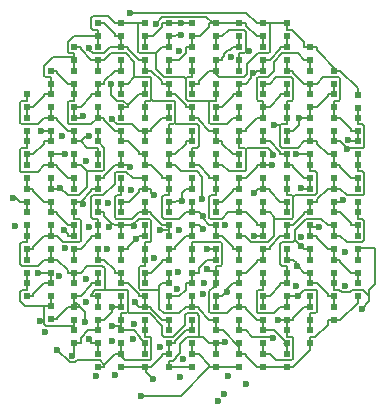
<source format=gbr>
%TF.GenerationSoftware,KiCad,Pcbnew,9.0.1*%
%TF.CreationDate,2025-06-29T08:21:18-07:00*%
%TF.ProjectId,Complete_Watch,436f6d70-6c65-4746-955f-57617463682e,rev?*%
%TF.SameCoordinates,Original*%
%TF.FileFunction,Copper,L1,Top*%
%TF.FilePolarity,Positive*%
%FSLAX46Y46*%
G04 Gerber Fmt 4.6, Leading zero omitted, Abs format (unit mm)*
G04 Created by KiCad (PCBNEW 9.0.1) date 2025-06-29 08:21:18*
%MOMM*%
%LPD*%
G01*
G04 APERTURE LIST*
%TA.AperFunction,SMDPad,CuDef*%
%ADD10R,0.600000X0.600000*%
%TD*%
%TA.AperFunction,ViaPad*%
%ADD11C,0.600000*%
%TD*%
%TA.AperFunction,Conductor*%
%ADD12C,0.200000*%
%TD*%
G04 APERTURE END LIST*
D10*
%TO.P,D126,1*%
%TO.N,H*%
X216000000Y-88950000D03*
%TO.P,D126,2*%
%TO.N,M*%
X216000000Y-90050000D03*
%TD*%
%TO.P,D175,1*%
%TO.N,F*%
X226000000Y-94950000D03*
%TO.P,D175,2*%
%TO.N,L*%
X226000000Y-96050000D03*
%TD*%
%TO.P,D40,1*%
%TO.N,A*%
X224000000Y-76950000D03*
%TO.P,D40,2*%
%TO.N,K*%
X224000000Y-78050000D03*
%TD*%
%TO.P,D27,1*%
%TO.N,E*%
X226000000Y-74950000D03*
%TO.P,D27,2*%
%TO.N,K*%
X226000000Y-76050000D03*
%TD*%
%TO.P,D32,1*%
%TO.N,N*%
X236000000Y-74950000D03*
%TO.P,D32,2*%
%TO.N,I*%
X236000000Y-76050000D03*
%TD*%
%TO.P,D137,1*%
%TO.N,J*%
X238000000Y-88950000D03*
%TO.P,D137,2*%
%TO.N,A*%
X238000000Y-90050000D03*
%TD*%
%TO.P,D57,1*%
%TO.N,M*%
X228000000Y-78950000D03*
%TO.P,D57,2*%
%TO.N,A*%
X228000000Y-80050000D03*
%TD*%
%TO.P,D43,1*%
%TO.N,M*%
X230000000Y-76950000D03*
%TO.P,D43,2*%
%TO.N,E*%
X230000000Y-78050000D03*
%TD*%
%TO.P,D66,1*%
%TO.N,D*%
X216000000Y-80950000D03*
%TO.P,D66,2*%
%TO.N,I*%
X216000000Y-82050000D03*
%TD*%
%TO.P,D25,1*%
%TO.N,A*%
X222000000Y-74950000D03*
%TO.P,D25,2*%
%TO.N,I*%
X222000000Y-76050000D03*
%TD*%
%TO.P,D149,1*%
%TO.N,L*%
X232000000Y-90950000D03*
%TO.P,D149,2*%
%TO.N,C*%
X232000000Y-92050000D03*
%TD*%
%TO.P,D84,1*%
%TO.N,C*%
X222000000Y-82950000D03*
%TO.P,D84,2*%
%TO.N,M*%
X222000000Y-84050000D03*
%TD*%
%TO.P,D143,1*%
%TO.N,N*%
X220000000Y-90950000D03*
%TO.P,D143,2*%
%TO.N,H*%
X220000000Y-92050000D03*
%TD*%
%TO.P,D77,1*%
%TO.N,P*%
X238000000Y-80950000D03*
%TO.P,D77,2*%
%TO.N,G*%
X238000000Y-82050000D03*
%TD*%
%TO.P,D20,1*%
%TO.N,K*%
X236000000Y-72950000D03*
%TO.P,D20,2*%
%TO.N,N*%
X236000000Y-74050000D03*
%TD*%
%TO.P,D33,1*%
%TO.N,K*%
X238000000Y-74950000D03*
%TO.P,D33,2*%
%TO.N,O*%
X238000000Y-76050000D03*
%TD*%
%TO.P,D52,1*%
%TO.N,C*%
X218000000Y-78950000D03*
%TO.P,D52,2*%
%TO.N,I*%
X218000000Y-80050000D03*
%TD*%
%TO.P,D76,1*%
%TO.N,G*%
X236000000Y-80950000D03*
%TO.P,D76,2*%
%TO.N,P*%
X236000000Y-82050000D03*
%TD*%
%TO.P,D187,1*%
%TO.N,L*%
X226000000Y-96950000D03*
%TO.P,D187,2*%
%TO.N,H*%
X226000000Y-98050000D03*
%TD*%
%TO.P,D28,1*%
%TO.N,K*%
X228000000Y-74950000D03*
%TO.P,D28,2*%
%TO.N,E*%
X228000000Y-76050000D03*
%TD*%
%TO.P,D153,1*%
%TO.N,H*%
X240000000Y-90950000D03*
%TO.P,D153,2*%
%TO.N,A*%
X240000000Y-92050000D03*
%TD*%
%TO.P,D180,1*%
%TO.N,H*%
X236000000Y-94950000D03*
%TO.P,D180,2*%
%TO.N,C*%
X236000000Y-96050000D03*
%TD*%
%TO.P,D182,1*%
%TO.N,L*%
X216000000Y-96950000D03*
%TO.P,D182,2*%
%TO.N,O*%
X216000000Y-98050000D03*
%TD*%
%TO.P,D125,1*%
%TO.N,K*%
X214000000Y-88950000D03*
%TO.P,D125,2*%
%TO.N,J*%
X214000000Y-90050000D03*
%TD*%
%TO.P,D105,1*%
%TO.N,P*%
X234000000Y-84950000D03*
%TO.P,D105,2*%
%TO.N,A*%
X234000000Y-86050000D03*
%TD*%
%TO.P,D199,1*%
%TO.N,F*%
X230000000Y-98950000D03*
%TO.P,D199,2*%
%TO.N,H*%
X230000000Y-100050000D03*
%TD*%
%TO.P,D186,1*%
%TO.N,H*%
X224000000Y-96950000D03*
%TO.P,D186,2*%
%TO.N,L*%
X224000000Y-98050000D03*
%TD*%
%TO.P,D5,1*%
%TO.N,G*%
X226000000Y-70950000D03*
%TO.P,D5,2*%
%TO.N,I*%
X226000000Y-72050000D03*
%TD*%
%TO.P,D69,1*%
%TO.N,K*%
X222000000Y-80950000D03*
%TO.P,D69,2*%
%TO.N,C*%
X222000000Y-82050000D03*
%TD*%
%TO.P,D94,1*%
%TO.N,H*%
X212000000Y-84950000D03*
%TO.P,D94,2*%
%TO.N,I*%
X212000000Y-86050000D03*
%TD*%
%TO.P,D122,1*%
%TO.N,E*%
X238000000Y-86950000D03*
%TO.P,D122,2*%
%TO.N,J*%
X238000000Y-88050000D03*
%TD*%
%TO.P,D79,1*%
%TO.N,G*%
X212000000Y-82950000D03*
%TO.P,D79,2*%
%TO.N,H*%
X212000000Y-84050000D03*
%TD*%
%TO.P,D154,1*%
%TO.N,L*%
X212000000Y-92950000D03*
%TO.P,D154,2*%
%TO.N,M*%
X212000000Y-94050000D03*
%TD*%
%TO.P,D45,1*%
%TO.N,N*%
X234000000Y-76950000D03*
%TO.P,D45,2*%
%TO.N,G*%
X234000000Y-78050000D03*
%TD*%
%TO.P,D197,1*%
%TO.N,H*%
X226000000Y-98950000D03*
%TO.P,D197,2*%
%TO.N,J*%
X226000000Y-100050000D03*
%TD*%
%TO.P,D150,1*%
%TO.N,B*%
X234000000Y-90950000D03*
%TO.P,D150,2*%
%TO.N,J*%
X234000000Y-92050000D03*
%TD*%
%TO.P,D172,1*%
%TO.N,O*%
X220000000Y-94950000D03*
%TO.P,D172,2*%
%TO.N,J*%
X220000000Y-96050000D03*
%TD*%
%TO.P,D159,1*%
%TO.N,O*%
X222000000Y-92950000D03*
%TO.P,D159,2*%
%TO.N,H*%
X222000000Y-94050000D03*
%TD*%
%TO.P,D188,1*%
%TO.N,F*%
X228000000Y-96950000D03*
%TO.P,D188,2*%
%TO.N,J*%
X228000000Y-98050000D03*
%TD*%
%TO.P,D74,1*%
%TO.N,E*%
X232000000Y-80950000D03*
%TO.P,D74,2*%
%TO.N,O*%
X232000000Y-82050000D03*
%TD*%
%TO.P,D200,1*%
%TO.N,H*%
X232000000Y-98950000D03*
%TO.P,D200,2*%
%TO.N,F*%
X232000000Y-100050000D03*
%TD*%
%TO.P,D54,1*%
%TO.N,B*%
X222000000Y-78950000D03*
%TO.P,D54,2*%
%TO.N,K*%
X222000000Y-80050000D03*
%TD*%
%TO.P,D78,1*%
%TO.N,I*%
X240000000Y-80950000D03*
%TO.P,D78,2*%
%TO.N,L*%
X240000000Y-82050000D03*
%TD*%
%TO.P,D127,1*%
%TO.N,M*%
X218000000Y-88950000D03*
%TO.P,D127,2*%
%TO.N,H*%
X218000000Y-90050000D03*
%TD*%
%TO.P,D8,1*%
%TO.N,K*%
X232000000Y-70950000D03*
%TO.P,D8,2*%
%TO.N,I*%
X232000000Y-72050000D03*
%TD*%
%TO.P,D195,1*%
%TO.N,J*%
X222000000Y-98950000D03*
%TO.P,D195,2*%
%TO.N,L*%
X222000000Y-100050000D03*
%TD*%
%TO.P,D103,1*%
%TO.N,O*%
X230000000Y-84950000D03*
%TO.P,D103,2*%
%TO.N,B*%
X230000000Y-86050000D03*
%TD*%
%TO.P,D173,1*%
%TO.N,H*%
X222000000Y-94950000D03*
%TO.P,D173,2*%
%TO.N,P*%
X222000000Y-96050000D03*
%TD*%
%TO.P,D138,1*%
%TO.N,E*%
X240000000Y-88950000D03*
%TO.P,D138,2*%
%TO.N,H*%
X240000000Y-90050000D03*
%TD*%
%TO.P,D111,1*%
%TO.N,K*%
X216000000Y-86950000D03*
%TO.P,D111,2*%
%TO.N,H*%
X216000000Y-88050000D03*
%TD*%
%TO.P,D114,1*%
%TO.N,D*%
X222000000Y-86950000D03*
%TO.P,D114,2*%
%TO.N,N*%
X222000000Y-88050000D03*
%TD*%
%TO.P,D93,1*%
%TO.N,L*%
X240000000Y-82950000D03*
%TO.P,D93,2*%
%TO.N,G*%
X240000000Y-84050000D03*
%TD*%
%TO.P,D3,1*%
%TO.N,E*%
X222000000Y-70950000D03*
%TO.P,D3,2*%
%TO.N,G*%
X222000000Y-72050000D03*
%TD*%
%TO.P,D23,1*%
%TO.N,B*%
X218000000Y-74950000D03*
%TO.P,D23,2*%
%TO.N,G*%
X218000000Y-76050000D03*
%TD*%
%TO.P,D133,1*%
%TO.N,P*%
X230000000Y-88950000D03*
%TO.P,D133,2*%
%TO.N,C*%
X230000000Y-90050000D03*
%TD*%
%TO.P,D145,1*%
%TO.N,O*%
X224000000Y-90950000D03*
%TO.P,D145,2*%
%TO.N,F*%
X224000000Y-92050000D03*
%TD*%
%TO.P,D72,1*%
%TO.N,A*%
X228000000Y-80950000D03*
%TO.P,D72,2*%
%TO.N,N*%
X228000000Y-82050000D03*
%TD*%
%TO.P,D30,1*%
%TO.N,M*%
X232000000Y-74950000D03*
%TO.P,D30,2*%
%TO.N,G*%
X232000000Y-76050000D03*
%TD*%
%TO.P,D14,1*%
%TO.N,E*%
X224000000Y-72950000D03*
%TO.P,D14,2*%
%TO.N,I*%
X224000000Y-74050000D03*
%TD*%
%TO.P,D68,1*%
%TO.N,C*%
X220000000Y-80950000D03*
%TO.P,D68,2*%
%TO.N,K*%
X220000000Y-82050000D03*
%TD*%
%TO.P,D124,1*%
%TO.N,J*%
X212000000Y-88950000D03*
%TO.P,D124,2*%
%TO.N,K*%
X212000000Y-90050000D03*
%TD*%
%TO.P,D19,1*%
%TO.N,M*%
X234000000Y-72950000D03*
%TO.P,D19,2*%
%TO.N,I*%
X234000000Y-74050000D03*
%TD*%
%TO.P,D65,1*%
%TO.N,G*%
X214000000Y-80950000D03*
%TO.P,D65,2*%
%TO.N,F*%
X214000000Y-82050000D03*
%TD*%
%TO.P,D34,1*%
%TO.N,D*%
X212000000Y-76950000D03*
%TO.P,D34,2*%
%TO.N,E*%
X212000000Y-78050000D03*
%TD*%
%TO.P,D183,1*%
%TO.N,O*%
X218000000Y-96950000D03*
%TO.P,D183,2*%
%TO.N,L*%
X218000000Y-98050000D03*
%TD*%
%TO.P,D92,1*%
%TO.N,G*%
X238000000Y-82950000D03*
%TO.P,D92,2*%
%TO.N,L*%
X238000000Y-84050000D03*
%TD*%
%TO.P,D152,1*%
%TO.N,A*%
X238000000Y-90950000D03*
%TO.P,D152,2*%
%TO.N,H*%
X238000000Y-92050000D03*
%TD*%
%TO.P,D147,1*%
%TO.N,P*%
X228000000Y-90950000D03*
%TO.P,D147,2*%
%TO.N,D*%
X228000000Y-92050000D03*
%TD*%
%TO.P,D55,1*%
%TO.N,K*%
X224000000Y-78950000D03*
%TO.P,D55,2*%
%TO.N,B*%
X224000000Y-80050000D03*
%TD*%
%TO.P,D136,1*%
%TO.N,A*%
X236000000Y-88950000D03*
%TO.P,D136,2*%
%TO.N,J*%
X236000000Y-90050000D03*
%TD*%
%TO.P,D117,1*%
%TO.N,O*%
X228000000Y-86950000D03*
%TO.P,D117,2*%
%TO.N,C*%
X228000000Y-88050000D03*
%TD*%
%TO.P,D189,1*%
%TO.N,J*%
X230000000Y-96950000D03*
%TO.P,D189,2*%
%TO.N,F*%
X230000000Y-98050000D03*
%TD*%
%TO.P,D176,1*%
%TO.N,L*%
X228000000Y-94950000D03*
%TO.P,D176,2*%
%TO.N,F*%
X228000000Y-96050000D03*
%TD*%
%TO.P,D163,1*%
%TO.N,L*%
X230000000Y-92950000D03*
%TO.P,D163,2*%
%TO.N,D*%
X230000000Y-94050000D03*
%TD*%
%TO.P,D116,1*%
%TO.N,C*%
X226000000Y-86950000D03*
%TO.P,D116,2*%
%TO.N,O*%
X226000000Y-88050000D03*
%TD*%
%TO.P,D70,1*%
%TO.N,B*%
X224000000Y-80950000D03*
%TO.P,D70,2*%
%TO.N,M*%
X224000000Y-82050000D03*
%TD*%
%TO.P,D109,1*%
%TO.N,I*%
X212000000Y-86950000D03*
%TO.P,D109,2*%
%TO.N,J*%
X212000000Y-88050000D03*
%TD*%
%TO.P,D146,1*%
%TO.N,D*%
X226000000Y-90950000D03*
%TO.P,D146,2*%
%TO.N,P*%
X226000000Y-92050000D03*
%TD*%
%TO.P,D82,1*%
%TO.N,D*%
X218000000Y-82950000D03*
%TO.P,D82,2*%
%TO.N,K*%
X218000000Y-84050000D03*
%TD*%
%TO.P,D6,1*%
%TO.N,I*%
X228000000Y-70950000D03*
%TO.P,D6,2*%
%TO.N,G*%
X228000000Y-72050000D03*
%TD*%
%TO.P,D194,1*%
%TO.N,P*%
X220000000Y-98950000D03*
%TO.P,D194,2*%
%TO.N,L*%
X220000000Y-100050000D03*
%TD*%
%TO.P,D121,1*%
%TO.N,L*%
X236000000Y-86950000D03*
%TO.P,D121,2*%
%TO.N,A*%
X236000000Y-88050000D03*
%TD*%
%TO.P,D196,1*%
%TO.N,L*%
X224000000Y-98950000D03*
%TO.P,D196,2*%
%TO.N,J*%
X224000000Y-100050000D03*
%TD*%
%TO.P,D17,1*%
%TO.N,K*%
X230000000Y-72950000D03*
%TO.P,D17,2*%
%TO.N,G*%
X230000000Y-74050000D03*
%TD*%
%TO.P,D26,1*%
%TO.N,I*%
X224000000Y-74950000D03*
%TO.P,D26,2*%
%TO.N,A*%
X224000000Y-76050000D03*
%TD*%
%TO.P,D98,1*%
%TO.N,D*%
X220000000Y-84950000D03*
%TO.P,D98,2*%
%TO.N,M*%
X220000000Y-86050000D03*
%TD*%
%TO.P,D12,1*%
%TO.N,A*%
X220000000Y-72950000D03*
%TO.P,D12,2*%
%TO.N,G*%
X220000000Y-74050000D03*
%TD*%
%TO.P,D89,1*%
%TO.N,O*%
X232000000Y-82950000D03*
%TO.P,D89,2*%
%TO.N,A*%
X232000000Y-84050000D03*
%TD*%
%TO.P,D13,1*%
%TO.N,G*%
X222000000Y-72950000D03*
%TO.P,D13,2*%
%TO.N,A*%
X222000000Y-74050000D03*
%TD*%
%TO.P,D39,1*%
%TO.N,I*%
X222000000Y-76950000D03*
%TO.P,D39,2*%
%TO.N,B*%
X222000000Y-78050000D03*
%TD*%
%TO.P,D96,1*%
%TO.N,F*%
X216000000Y-84950000D03*
%TO.P,D96,2*%
%TO.N,K*%
X216000000Y-86050000D03*
%TD*%
%TO.P,D185,1*%
%TO.N,P*%
X222000000Y-96950000D03*
%TO.P,D185,2*%
%TO.N,J*%
X222000000Y-98050000D03*
%TD*%
%TO.P,D139,1*%
%TO.N,K*%
X212000000Y-90950000D03*
%TO.P,D139,2*%
%TO.N,L*%
X212000000Y-92050000D03*
%TD*%
%TO.P,D36,1*%
%TO.N,C*%
X216000000Y-76950000D03*
%TO.P,D36,2*%
%TO.N,G*%
X216000000Y-78050000D03*
%TD*%
%TO.P,D64,1*%
%TO.N,F*%
X212000000Y-80950000D03*
%TO.P,D64,2*%
%TO.N,G*%
X212000000Y-82050000D03*
%TD*%
%TO.P,D164,1*%
%TO.N,C*%
X232000000Y-92950000D03*
%TO.P,D164,2*%
%TO.N,J*%
X232000000Y-94050000D03*
%TD*%
%TO.P,D106,1*%
%TO.N,E*%
X236000000Y-84950000D03*
%TO.P,D106,2*%
%TO.N,L*%
X236000000Y-86050000D03*
%TD*%
%TO.P,D60,1*%
%TO.N,G*%
X234000000Y-78950000D03*
%TO.P,D60,2*%
%TO.N,O*%
X234000000Y-80050000D03*
%TD*%
%TO.P,D160,1*%
%TO.N,F*%
X224000000Y-92950000D03*
%TO.P,D160,2*%
%TO.N,P*%
X224000000Y-94050000D03*
%TD*%
%TO.P,D90,1*%
%TO.N,E*%
X234000000Y-82950000D03*
%TO.P,D90,2*%
%TO.N,P*%
X234000000Y-84050000D03*
%TD*%
%TO.P,D119,1*%
%TO.N,P*%
X232000000Y-86950000D03*
%TO.P,D119,2*%
%TO.N,B*%
X232000000Y-88050000D03*
%TD*%
%TO.P,D131,1*%
%TO.N,O*%
X226000000Y-88950000D03*
%TO.P,D131,2*%
%TO.N,D*%
X226000000Y-90050000D03*
%TD*%
%TO.P,D177,1*%
%TO.N,D*%
X230000000Y-94950000D03*
%TO.P,D177,2*%
%TO.N,J*%
X230000000Y-96050000D03*
%TD*%
%TO.P,D142,1*%
%TO.N,H*%
X218000000Y-90950000D03*
%TO.P,D142,2*%
%TO.N,N*%
X218000000Y-92050000D03*
%TD*%
%TO.P,D118,1*%
%TO.N,B*%
X230000000Y-86950000D03*
%TO.P,D118,2*%
%TO.N,P*%
X230000000Y-88050000D03*
%TD*%
%TO.P,D47,1*%
%TO.N,O*%
X238000000Y-76950000D03*
%TO.P,D47,2*%
%TO.N,I*%
X238000000Y-78050000D03*
%TD*%
%TO.P,D50,1*%
%TO.N,D*%
X214000000Y-78950000D03*
%TO.P,D50,2*%
%TO.N,G*%
X214000000Y-80050000D03*
%TD*%
%TO.P,D129,1*%
%TO.N,N*%
X222000000Y-88950000D03*
%TO.P,D129,2*%
%TO.N,F*%
X222000000Y-90050000D03*
%TD*%
%TO.P,D21,1*%
%TO.N,C*%
X214000000Y-74950000D03*
%TO.P,D21,2*%
%TO.N,E*%
X214000000Y-76050000D03*
%TD*%
%TO.P,D104,1*%
%TO.N,A*%
X232000000Y-84950000D03*
%TO.P,D104,2*%
%TO.N,P*%
X232000000Y-86050000D03*
%TD*%
%TO.P,D155,1*%
%TO.N,M*%
X214000000Y-92950000D03*
%TO.P,D155,2*%
%TO.N,L*%
X214000000Y-94050000D03*
%TD*%
%TO.P,D148,1*%
%TO.N,C*%
X230000000Y-90950000D03*
%TO.P,D148,2*%
%TO.N,L*%
X230000000Y-92050000D03*
%TD*%
%TO.P,D170,1*%
%TO.N,N*%
X216000000Y-94950000D03*
%TO.P,D170,2*%
%TO.N,L*%
X216000000Y-96050000D03*
%TD*%
%TO.P,D120,1*%
%TO.N,A*%
X234000000Y-86950000D03*
%TO.P,D120,2*%
%TO.N,L*%
X234000000Y-88050000D03*
%TD*%
%TO.P,D201,1*%
%TO.N,D*%
X234000000Y-98950000D03*
%TO.P,D201,2*%
%TO.N,F*%
X234000000Y-100050000D03*
%TD*%
%TO.P,D97,1*%
%TO.N,K*%
X218000000Y-84950000D03*
%TO.P,D97,2*%
%TO.N,F*%
X218000000Y-86050000D03*
%TD*%
%TO.P,D181,1*%
%TO.N,B*%
X238000000Y-94950000D03*
%TO.P,D181,2*%
%TO.N,F*%
X238000000Y-96050000D03*
%TD*%
%TO.P,D191,1*%
%TO.N,H*%
X234000000Y-96950000D03*
%TO.P,D191,2*%
%TO.N,D*%
X234000000Y-98050000D03*
%TD*%
%TO.P,D11,1*%
%TO.N,E*%
X218000000Y-72950000D03*
%TO.P,D11,2*%
%TO.N,B*%
X218000000Y-74050000D03*
%TD*%
%TO.P,D102,1*%
%TO.N,B*%
X228000000Y-84950000D03*
%TO.P,D102,2*%
%TO.N,O*%
X228000000Y-86050000D03*
%TD*%
%TO.P,D95,1*%
%TO.N,I*%
X214000000Y-84950000D03*
%TO.P,D95,2*%
%TO.N,H*%
X214000000Y-86050000D03*
%TD*%
%TO.P,D48,1*%
%TO.N,K*%
X240000000Y-77000000D03*
%TO.P,D48,2*%
%TO.N,P*%
X240000000Y-78100000D03*
%TD*%
%TO.P,D161,1*%
%TO.N,P*%
X226000000Y-92950000D03*
%TO.P,D161,2*%
%TO.N,F*%
X226000000Y-94050000D03*
%TD*%
%TO.P,D73,1*%
%TO.N,N*%
X230000000Y-80950000D03*
%TO.P,D73,2*%
%TO.N,A*%
X230000000Y-82050000D03*
%TD*%
%TO.P,D2,1*%
%TO.N,E*%
X220000000Y-70950000D03*
%TO.P,D2,2*%
%TO.N,A*%
X220000000Y-72050000D03*
%TD*%
%TO.P,D101,1*%
%TO.N,N*%
X226000000Y-84950000D03*
%TO.P,D101,2*%
%TO.N,C*%
X226000000Y-86050000D03*
%TD*%
%TO.P,D179,1*%
%TO.N,C*%
X234000000Y-94950000D03*
%TO.P,D179,2*%
%TO.N,H*%
X234000000Y-96050000D03*
%TD*%
%TO.P,D56,1*%
%TO.N,A*%
X226000000Y-78950000D03*
%TO.P,D56,2*%
%TO.N,M*%
X226000000Y-80050000D03*
%TD*%
%TO.P,D24,1*%
%TO.N,G*%
X220000000Y-74950000D03*
%TO.P,D24,2*%
%TO.N,B*%
X220000000Y-76050000D03*
%TD*%
%TO.P,D141,1*%
%TO.N,M*%
X216000000Y-90950000D03*
%TO.P,D141,2*%
%TO.N,J*%
X216000000Y-92050000D03*
%TD*%
%TO.P,D168,1*%
%TO.N,A*%
X240000000Y-92950000D03*
%TO.P,D168,2*%
%TO.N,F*%
X240000000Y-94050000D03*
%TD*%
%TO.P,D35,1*%
%TO.N,E*%
X214000000Y-76950000D03*
%TO.P,D35,2*%
%TO.N,D*%
X214000000Y-78050000D03*
%TD*%
%TO.P,D62,1*%
%TO.N,I*%
X238000000Y-78950000D03*
%TO.P,D62,2*%
%TO.N,P*%
X238000000Y-80050000D03*
%TD*%
%TO.P,D83,1*%
%TO.N,K*%
X220000000Y-82950000D03*
%TO.P,D83,2*%
%TO.N,D*%
X220000000Y-84050000D03*
%TD*%
%TO.P,D107,1*%
%TO.N,L*%
X238000000Y-84950000D03*
%TO.P,D107,2*%
%TO.N,E*%
X238000000Y-86050000D03*
%TD*%
%TO.P,D158,1*%
%TO.N,H*%
X220000000Y-92950000D03*
%TO.P,D158,2*%
%TO.N,O*%
X220000000Y-94050000D03*
%TD*%
%TO.P,D51,1*%
%TO.N,G*%
X216000000Y-78950000D03*
%TO.P,D51,2*%
%TO.N,D*%
X216000000Y-80050000D03*
%TD*%
%TO.P,D165,1*%
%TO.N,J*%
X234000000Y-92950000D03*
%TO.P,D165,2*%
%TO.N,C*%
X234000000Y-94050000D03*
%TD*%
%TO.P,D157,1*%
%TO.N,N*%
X218000000Y-92950000D03*
%TO.P,D157,2*%
%TO.N,J*%
X218000000Y-94050000D03*
%TD*%
%TO.P,D63,1*%
%TO.N,P*%
X240000000Y-78950000D03*
%TO.P,D63,2*%
%TO.N,I*%
X240000000Y-80050000D03*
%TD*%
%TO.P,D59,1*%
%TO.N,N*%
X232000000Y-78950000D03*
%TO.P,D59,2*%
%TO.N,E*%
X232000000Y-80050000D03*
%TD*%
%TO.P,D85,1*%
%TO.N,M*%
X224000000Y-82950000D03*
%TO.P,D85,2*%
%TO.N,C*%
X224000000Y-84050000D03*
%TD*%
%TO.P,D140,1*%
%TO.N,J*%
X214000000Y-90950000D03*
%TO.P,D140,2*%
%TO.N,M*%
X214000000Y-92050000D03*
%TD*%
%TO.P,D174,1*%
%TO.N,P*%
X224000000Y-94950000D03*
%TO.P,D174,2*%
%TO.N,H*%
X224000000Y-96050000D03*
%TD*%
%TO.P,D22,1*%
%TO.N,E*%
X216000000Y-74950000D03*
%TO.P,D22,2*%
%TO.N,C*%
X216000000Y-76050000D03*
%TD*%
%TO.P,D9,1*%
%TO.N,K*%
X234000000Y-70950000D03*
%TO.P,D9,2*%
%TO.N,M*%
X234000000Y-72050000D03*
%TD*%
%TO.P,D169,1*%
%TO.N,L*%
X214000000Y-94900000D03*
%TO.P,D169,2*%
%TO.N,N*%
X214000000Y-96000000D03*
%TD*%
%TO.P,D135,1*%
%TO.N,L*%
X234000000Y-88950000D03*
%TO.P,D135,2*%
%TO.N,B*%
X234000000Y-90050000D03*
%TD*%
%TO.P,D162,1*%
%TO.N,D*%
X228000000Y-92950000D03*
%TO.P,D162,2*%
%TO.N,L*%
X228000000Y-94050000D03*
%TD*%
%TO.P,D49,1*%
%TO.N,E*%
X212000000Y-78950000D03*
%TO.P,D49,2*%
%TO.N,F*%
X212000000Y-80050000D03*
%TD*%
%TO.P,D86,1*%
%TO.N,B*%
X226000000Y-82950000D03*
%TO.P,D86,2*%
%TO.N,N*%
X226000000Y-84050000D03*
%TD*%
%TO.P,D193,1*%
%TO.N,L*%
X218000000Y-98950000D03*
%TO.P,D193,2*%
%TO.N,P*%
X218000000Y-100050000D03*
%TD*%
%TO.P,D81,1*%
%TO.N,I*%
X216000000Y-82950000D03*
%TO.P,D81,2*%
%TO.N,F*%
X216000000Y-84050000D03*
%TD*%
%TO.P,D184,1*%
%TO.N,J*%
X220000000Y-96950000D03*
%TO.P,D184,2*%
%TO.N,P*%
X220000000Y-98050000D03*
%TD*%
%TO.P,D130,1*%
%TO.N,D*%
X224000000Y-88950000D03*
%TO.P,D130,2*%
%TO.N,O*%
X224000000Y-90050000D03*
%TD*%
%TO.P,D42,1*%
%TO.N,E*%
X228000000Y-76950000D03*
%TO.P,D42,2*%
%TO.N,M*%
X228000000Y-78050000D03*
%TD*%
%TO.P,D134,1*%
%TO.N,B*%
X232000000Y-88950000D03*
%TO.P,D134,2*%
%TO.N,L*%
X232000000Y-90050000D03*
%TD*%
%TO.P,D37,1*%
%TO.N,G*%
X218000000Y-76950000D03*
%TO.P,D37,2*%
%TO.N,C*%
X218000000Y-78050000D03*
%TD*%
%TO.P,D61,1*%
%TO.N,O*%
X236000000Y-78950000D03*
%TO.P,D61,2*%
%TO.N,G*%
X236000000Y-80050000D03*
%TD*%
%TO.P,D7,1*%
%TO.N,I*%
X230000000Y-70950000D03*
%TO.P,D7,2*%
%TO.N,K*%
X230000000Y-72050000D03*
%TD*%
%TO.P,D171,1*%
%TO.N,J*%
X218000000Y-94950000D03*
%TO.P,D171,2*%
%TO.N,O*%
X218000000Y-96050000D03*
%TD*%
%TO.P,D167,1*%
%TO.N,H*%
X238000000Y-92950000D03*
%TO.P,D167,2*%
%TO.N,B*%
X238000000Y-94050000D03*
%TD*%
%TO.P,D112,1*%
%TO.N,F*%
X218000000Y-86950000D03*
%TO.P,D112,2*%
%TO.N,M*%
X218000000Y-88050000D03*
%TD*%
%TO.P,D67,1*%
%TO.N,I*%
X218000000Y-80950000D03*
%TO.P,D67,2*%
%TO.N,D*%
X218000000Y-82050000D03*
%TD*%
%TO.P,D41,1*%
%TO.N,K*%
X226000000Y-76950000D03*
%TO.P,D41,2*%
%TO.N,A*%
X226000000Y-78050000D03*
%TD*%
%TO.P,D71,1*%
%TO.N,M*%
X226000000Y-80950000D03*
%TO.P,D71,2*%
%TO.N,B*%
X226000000Y-82050000D03*
%TD*%
%TO.P,D75,1*%
%TO.N,O*%
X234000000Y-80950000D03*
%TO.P,D75,2*%
%TO.N,E*%
X234000000Y-82050000D03*
%TD*%
%TO.P,D80,1*%
%TO.N,F*%
X214000000Y-82950000D03*
%TO.P,D80,2*%
%TO.N,I*%
X214000000Y-84050000D03*
%TD*%
%TO.P,D128,1*%
%TO.N,F*%
X220000000Y-88950000D03*
%TO.P,D128,2*%
%TO.N,N*%
X220000000Y-90050000D03*
%TD*%
%TO.P,D132,1*%
%TO.N,C*%
X228000000Y-88950000D03*
%TO.P,D132,2*%
%TO.N,P*%
X228000000Y-90050000D03*
%TD*%
%TO.P,D29,1*%
%TO.N,G*%
X230000000Y-74950000D03*
%TO.P,D29,2*%
%TO.N,M*%
X230000000Y-76050000D03*
%TD*%
%TO.P,D144,1*%
%TO.N,F*%
X222000000Y-90950000D03*
%TO.P,D144,2*%
%TO.N,O*%
X222000000Y-92050000D03*
%TD*%
%TO.P,D123,1*%
%TO.N,J*%
X240000000Y-86950000D03*
%TO.P,D123,2*%
%TO.N,E*%
X240000000Y-88050000D03*
%TD*%
%TO.P,D156,1*%
%TO.N,J*%
X216000000Y-92950000D03*
%TO.P,D156,2*%
%TO.N,N*%
X216000000Y-94050000D03*
%TD*%
%TO.P,D110,1*%
%TO.N,H*%
X214000000Y-86950000D03*
%TO.P,D110,2*%
%TO.N,K*%
X214000000Y-88050000D03*
%TD*%
%TO.P,D151,1*%
%TO.N,J*%
X236000000Y-90950000D03*
%TO.P,D151,2*%
%TO.N,B*%
X236000000Y-92050000D03*
%TD*%
%TO.P,D99,1*%
%TO.N,M*%
X222000000Y-84950000D03*
%TO.P,D99,2*%
%TO.N,D*%
X222000000Y-86050000D03*
%TD*%
%TO.P,D53,1*%
%TO.N,I*%
X220000000Y-78950000D03*
%TO.P,D53,2*%
%TO.N,C*%
X220000000Y-80050000D03*
%TD*%
%TO.P,D108,1*%
%TO.N,G*%
X240000000Y-84950000D03*
%TO.P,D108,2*%
%TO.N,J*%
X240000000Y-86050000D03*
%TD*%
%TO.P,D18,1*%
%TO.N,I*%
X232000000Y-72950000D03*
%TO.P,D18,2*%
%TO.N,M*%
X232000000Y-74050000D03*
%TD*%
%TO.P,D88,1*%
%TO.N,A*%
X230000000Y-82950000D03*
%TO.P,D88,2*%
%TO.N,O*%
X230000000Y-84050000D03*
%TD*%
%TO.P,D178,1*%
%TO.N,J*%
X232000000Y-94950000D03*
%TO.P,D178,2*%
%TO.N,D*%
X232000000Y-96050000D03*
%TD*%
%TO.P,D113,1*%
%TO.N,M*%
X220000000Y-86950000D03*
%TO.P,D113,2*%
%TO.N,F*%
X220000000Y-88050000D03*
%TD*%
%TO.P,D192,1*%
%TO.N,C*%
X236000000Y-96950000D03*
%TO.P,D192,2*%
%TO.N,F*%
X236000000Y-98050000D03*
%TD*%
%TO.P,D15,1*%
%TO.N,I*%
X226000000Y-72950000D03*
%TO.P,D15,2*%
%TO.N,E*%
X226000000Y-74050000D03*
%TD*%
%TO.P,D87,1*%
%TO.N,N*%
X228000000Y-82950000D03*
%TO.P,D87,2*%
%TO.N,B*%
X228000000Y-84050000D03*
%TD*%
%TO.P,D100,1*%
%TO.N,C*%
X224000000Y-84950000D03*
%TO.P,D100,2*%
%TO.N,N*%
X224000000Y-86050000D03*
%TD*%
%TO.P,D31,1*%
%TO.N,I*%
X234000000Y-74950000D03*
%TO.P,D31,2*%
%TO.N,N*%
X234000000Y-76050000D03*
%TD*%
%TO.P,D38,1*%
%TO.N,B*%
X220000000Y-76950000D03*
%TO.P,D38,2*%
%TO.N,I*%
X220000000Y-78050000D03*
%TD*%
%TO.P,D16,1*%
%TO.N,G*%
X228000000Y-72950000D03*
%TO.P,D16,2*%
%TO.N,K*%
X228000000Y-74050000D03*
%TD*%
%TO.P,D44,1*%
%TO.N,G*%
X232000000Y-76950000D03*
%TO.P,D44,2*%
%TO.N,N*%
X232000000Y-78050000D03*
%TD*%
%TO.P,D4,1*%
%TO.N,G*%
X224000000Y-70950000D03*
%TO.P,D4,2*%
%TO.N,E*%
X224000000Y-72050000D03*
%TD*%
%TO.P,D46,1*%
%TO.N,I*%
X236000000Y-76950000D03*
%TO.P,D46,2*%
%TO.N,O*%
X236000000Y-78050000D03*
%TD*%
%TO.P,D91,1*%
%TO.N,P*%
X236000000Y-82950000D03*
%TO.P,D91,2*%
%TO.N,E*%
X236000000Y-84050000D03*
%TD*%
%TO.P,D1,1*%
%TO.N,A*%
X218000000Y-70950000D03*
%TO.P,D1,2*%
%TO.N,E*%
X218000000Y-72050000D03*
%TD*%
%TO.P,D166,1*%
%TO.N,B*%
X236000000Y-92950000D03*
%TO.P,D166,2*%
%TO.N,H*%
X236000000Y-94050000D03*
%TD*%
%TO.P,D190,1*%
%TO.N,D*%
X232000000Y-96950000D03*
%TO.P,D190,2*%
%TO.N,H*%
X232000000Y-98050000D03*
%TD*%
%TO.P,D115,1*%
%TO.N,N*%
X224000000Y-86950000D03*
%TO.P,D115,2*%
%TO.N,D*%
X224000000Y-88050000D03*
%TD*%
%TO.P,D10,1*%
%TO.N,B*%
X216000000Y-72950000D03*
%TO.P,D10,2*%
%TO.N,E*%
X216000000Y-74050000D03*
%TD*%
%TO.P,D198,1*%
%TO.N,J*%
X228000000Y-98950000D03*
%TO.P,D198,2*%
%TO.N,H*%
X228000000Y-100050000D03*
%TD*%
%TO.P,D58,1*%
%TO.N,E*%
X230000000Y-78950000D03*
%TO.P,D58,2*%
%TO.N,N*%
X230000000Y-80050000D03*
%TD*%
D11*
%TO.N,Net-(CHG1-VBAT)*%
X215000000Y-80452200D03*
X211021600Y-88115500D03*
X228754400Y-87988700D03*
%TO.N,USB + *%
X234756400Y-93191800D03*
X238941300Y-93191800D03*
%TO.N,GNDREF*%
X214755200Y-92314300D03*
X219433600Y-100737300D03*
%TO.N,CHIP_POW*%
X224887600Y-88431400D03*
X213522500Y-97094200D03*
X217001900Y-82598600D03*
X225205100Y-99413300D03*
%TO.N,Charge_STAT*%
X229001800Y-100785300D03*
X221005500Y-97695200D03*
X235207700Y-89028000D03*
%TO.N,Bat_ON*%
X230543700Y-101500000D03*
X215188600Y-90005900D03*
%TO.N,F*%
X215239400Y-82040400D03*
X218913500Y-88201200D03*
X223243000Y-98386000D03*
X221041600Y-88076800D03*
%TO.N,P*%
X214587200Y-98582600D03*
X239115500Y-81555300D03*
X228142500Y-102892700D03*
X234792000Y-82043700D03*
X227229600Y-90050000D03*
%TO.N,N*%
X225127900Y-85956300D03*
X232843700Y-82061300D03*
X216927100Y-96261800D03*
X221200500Y-89204200D03*
%TO.N,B*%
X222753400Y-90791400D03*
X234852800Y-91520100D03*
X231232100Y-88960000D03*
%TO.N,M*%
X222722600Y-85487100D03*
X226845700Y-85853300D03*
X231169800Y-75140000D03*
X212909700Y-92132600D03*
X217879000Y-100809200D03*
%TO.N,O*%
X232767700Y-82950300D03*
X218897200Y-86130900D03*
X235045400Y-78950000D03*
X215838800Y-99095200D03*
X219228000Y-94951100D03*
X226924500Y-88374100D03*
%TO.N,L*%
X217256000Y-97636900D03*
X228963000Y-93705800D03*
X213133300Y-96185500D03*
X222684400Y-101045900D03*
%TO.N,A*%
X229240100Y-73801100D03*
X231229100Y-85317200D03*
X217249500Y-73053800D03*
X224765600Y-91969400D03*
X236772500Y-88201900D03*
%TO.N,J*%
X228774400Y-97900700D03*
X235241300Y-89812900D03*
X232841900Y-97614900D03*
X219246200Y-96589000D03*
%TO.N,H*%
X240349314Y-95150685D03*
X215115700Y-88447300D03*
X233229200Y-96090000D03*
X221688200Y-102476800D03*
X221116600Y-94531300D03*
%TO.N,D*%
X227246900Y-91720500D03*
X216997000Y-92603600D03*
X217228200Y-80506200D03*
X223255200Y-88448000D03*
%TO.N,K*%
X219242200Y-79024400D03*
X216744500Y-86250800D03*
X220771000Y-83095600D03*
X220772600Y-70062600D03*
X219232400Y-97812800D03*
%TO.N,I*%
X214804000Y-84852100D03*
X221034200Y-96380800D03*
X219112000Y-76065100D03*
X222893700Y-70967300D03*
X220829500Y-85080100D03*
X239215300Y-80808800D03*
X210801800Y-85712500D03*
%TO.N,G*%
X213231900Y-80058700D03*
X224982800Y-100890700D03*
X225006900Y-70950000D03*
X224895200Y-73257400D03*
X232918700Y-79589800D03*
X216772700Y-78791900D03*
X230823800Y-73259000D03*
%TO.N,C*%
X224704000Y-93473600D03*
X234946700Y-94050000D03*
X226873000Y-87286700D03*
%TO.N,E*%
X235204200Y-84878100D03*
X238758900Y-85945700D03*
X225052100Y-71950000D03*
X226978300Y-92956000D03*
%TO.N,UPDI*%
X218744200Y-90025700D03*
X238948050Y-90271363D03*
%TO.N,SDA*%
X226908700Y-93855800D03*
X217243200Y-88156800D03*
%TO.N,Net-(Q1-G)*%
X228704000Y-102330300D03*
X217025100Y-94555700D03*
%TD*%
D12*
%TO.N,H*%
X240050000Y-90000000D02*
X240000000Y-90050000D01*
X241500000Y-90000000D02*
X240050000Y-90000000D01*
X241500000Y-93000000D02*
X241500000Y-90000000D01*
X241000000Y-93500000D02*
X241500000Y-93000000D01*
X241000000Y-94000000D02*
X241000000Y-93500000D01*
%TO.N,F*%
X230000000Y-98500000D02*
X230000000Y-98319600D01*
X228000000Y-96050000D02*
X227456300Y-96050000D01*
X220543700Y-88050000D02*
X220926700Y-88050000D01*
X224000000Y-92950000D02*
X223456300Y-92950000D01*
X219306800Y-87900500D02*
X219211000Y-87900500D01*
X232000000Y-100050000D02*
X231456300Y-100050000D01*
X228000000Y-96950000D02*
X228543700Y-96950000D01*
X236407800Y-97506300D02*
X237456300Y-96457800D01*
X218913500Y-88198000D02*
X218913500Y-88201200D01*
X220000000Y-88050000D02*
X220000000Y-88950000D01*
X224000000Y-92050000D02*
X224000000Y-92950000D01*
X212900000Y-83506300D02*
X211529000Y-83506300D01*
X223184500Y-93493700D02*
X221599100Y-93493700D01*
X220000000Y-88050000D02*
X220543700Y-88050000D01*
X240000000Y-94050000D02*
X240000000Y-94593700D01*
X222000000Y-90950000D02*
X222000000Y-91493700D01*
X214271900Y-82950000D02*
X214543700Y-82950000D01*
X225456300Y-94950000D02*
X224912600Y-95493700D01*
X219456300Y-88050000D02*
X219306800Y-87900500D01*
X236000000Y-98050000D02*
X236000000Y-98593700D01*
X221456300Y-93350900D02*
X221456300Y-91629600D01*
X214543700Y-82950000D02*
X214543700Y-83137400D01*
X213456300Y-82950000D02*
X212900000Y-83506300D01*
X218000000Y-86950000D02*
X218000000Y-86050000D01*
X228630500Y-96950100D02*
X228543700Y-96950100D01*
X214000000Y-82950000D02*
X214000000Y-82050000D01*
X222543700Y-87649100D02*
X222543700Y-89370400D01*
X222000000Y-90050000D02*
X222000000Y-89506300D01*
X226000000Y-94950000D02*
X226543700Y-94950000D01*
X218271900Y-86950000D02*
X218012600Y-86950000D01*
X226543700Y-95137400D02*
X226543700Y-94950000D01*
X214543700Y-82050000D02*
X214553300Y-82040400D01*
X228000000Y-96050000D02*
X228000000Y-96950000D01*
X223456300Y-92950000D02*
X223184500Y-93221800D01*
X211456300Y-81629600D02*
X211592200Y-81493700D01*
X222400900Y-87506300D02*
X222543700Y-87649100D01*
X230543700Y-99137400D02*
X230543700Y-98950000D01*
X238000000Y-96050000D02*
X237456300Y-96050000D01*
X222543700Y-89370400D02*
X222407800Y-89506300D01*
X219211000Y-87900500D02*
X218913500Y-88198000D01*
X214543700Y-83137400D02*
X215456300Y-84050000D01*
X234000000Y-100050000D02*
X232000000Y-100050000D01*
X236000000Y-98050000D02*
X236000000Y-97506300D01*
X221599100Y-93493700D02*
X221456300Y-93350900D01*
X218271900Y-86950000D02*
X218543700Y-86950000D01*
X212000000Y-80050000D02*
X212000000Y-80950000D01*
X224912600Y-95493700D02*
X223571300Y-95493700D01*
X231456300Y-100050000D02*
X230543700Y-99137400D01*
X226000000Y-94050000D02*
X226000000Y-94950000D01*
X218000000Y-86950000D02*
X218012600Y-86950000D01*
X212000000Y-80950000D02*
X212000000Y-81493700D01*
X240000000Y-94593700D02*
X238543700Y-96050000D01*
X211529000Y-83506300D02*
X211456300Y-83433600D01*
X230000000Y-98500000D02*
X230000000Y-98050000D01*
X220926700Y-88050000D02*
X221470400Y-87506300D01*
X223571300Y-95493700D02*
X223184500Y-95106900D01*
X222000000Y-90950000D02*
X222000000Y-90050000D01*
X216000000Y-84050000D02*
X215456300Y-84050000D01*
X222407800Y-89506300D02*
X222000000Y-89506300D01*
X234271900Y-100050000D02*
X234000000Y-100050000D01*
X221470400Y-87506300D02*
X222400900Y-87506300D01*
X214000000Y-82050000D02*
X214543700Y-82050000D01*
X211592200Y-81493700D02*
X212000000Y-81493700D01*
X221456300Y-91629600D02*
X221592200Y-91493700D01*
X237456300Y-96457800D02*
X237456300Y-96050000D01*
X223184500Y-95106900D02*
X223184500Y-93493700D01*
X230000000Y-98950000D02*
X230000000Y-98500000D01*
X228543700Y-96950100D02*
X228543700Y-96950000D01*
X236000000Y-97506300D02*
X236407800Y-97506300D01*
X211456300Y-83433600D02*
X211456300Y-81629600D01*
X220000000Y-88050000D02*
X219456300Y-88050000D01*
X221592200Y-91493700D02*
X222000000Y-91493700D01*
X230000000Y-98950000D02*
X230543700Y-98950000D01*
X234271900Y-100050000D02*
X234543700Y-100050000D01*
X218543700Y-87233200D02*
X218543700Y-86950000D01*
X214553300Y-82040400D02*
X215239400Y-82040400D01*
X219211000Y-87900500D02*
X218543700Y-87233200D01*
X227456300Y-96050000D02*
X226543700Y-95137400D01*
X214000000Y-82950000D02*
X213456300Y-82950000D01*
X216000000Y-84950000D02*
X216000000Y-84050000D01*
X223184500Y-93221800D02*
X223184500Y-93493700D01*
X236000000Y-98593700D02*
X234543700Y-100050000D01*
X238000000Y-96050000D02*
X238543700Y-96050000D01*
X226000000Y-94950000D02*
X225456300Y-94950000D01*
X230000000Y-98319600D02*
X228630500Y-96950100D01*
X214271900Y-82950000D02*
X214000000Y-82950000D01*
%TO.N,P*%
X227456300Y-90050000D02*
X227229600Y-90050000D01*
X240407800Y-79493700D02*
X240543700Y-79629600D01*
X232903000Y-87493700D02*
X234428700Y-87493700D01*
X231007400Y-89504900D02*
X230543700Y-89041200D01*
X226000000Y-92950000D02*
X226000000Y-92050000D01*
X224896500Y-94050000D02*
X225456300Y-93490200D01*
X222000000Y-96950000D02*
X222000000Y-96050000D01*
X224000000Y-94050000D02*
X224543700Y-94050000D01*
X220000000Y-98050000D02*
X220000000Y-98950000D01*
X232903000Y-87309300D02*
X232903000Y-87493700D01*
X234543700Y-87378700D02*
X234543700Y-85629600D01*
X222543700Y-99350900D02*
X222543700Y-97629600D01*
X222400900Y-99493700D02*
X222543700Y-99350900D01*
X234428700Y-87493700D02*
X234543700Y-87378700D01*
X232543700Y-86950000D02*
X232903000Y-87309300D01*
X218000000Y-100050000D02*
X218543700Y-100050000D01*
X240543700Y-81381800D02*
X240431800Y-81493700D01*
X239115500Y-81555300D02*
X239115500Y-81493700D01*
X239087400Y-81493700D02*
X238543700Y-80950000D01*
X226543700Y-91644500D02*
X226543700Y-92050000D01*
X240000000Y-78950000D02*
X240000000Y-79493700D01*
X220271900Y-99493700D02*
X222400900Y-99493700D01*
X232389700Y-89504900D02*
X231007400Y-89504900D01*
X238000000Y-80950000D02*
X238543700Y-80950000D01*
X224543700Y-94050000D02*
X224896500Y-94050000D01*
X228000000Y-90050000D02*
X227456300Y-90050000D01*
X236543700Y-85350900D02*
X236543700Y-83629600D01*
X216209200Y-99493700D02*
X218174800Y-99493700D01*
X232903000Y-88991600D02*
X232389700Y-89504900D01*
X236543700Y-83629600D02*
X236407800Y-83493700D01*
X239115500Y-81493700D02*
X239087400Y-81493700D01*
X240543700Y-79629600D02*
X240543700Y-81381800D01*
X218174800Y-99493700D02*
X218543700Y-99862600D01*
X216064000Y-99638900D02*
X216209200Y-99493700D01*
X218543700Y-100050000D02*
X218543700Y-99862600D01*
X234543700Y-85629600D02*
X234667000Y-85506300D01*
X232000000Y-86950000D02*
X232543700Y-86950000D01*
X236407800Y-83493700D02*
X236000000Y-83493700D01*
X230543700Y-89041200D02*
X230543700Y-88950000D01*
X236000000Y-82950000D02*
X236000000Y-83493700D01*
X234667000Y-85506300D02*
X236388300Y-85506300D01*
X232000000Y-86050000D02*
X232000000Y-86950000D01*
X235456300Y-82050000D02*
X234798300Y-82050000D01*
X227238200Y-90950000D02*
X226543700Y-91644500D01*
X232903000Y-87493700D02*
X232903000Y-88991600D01*
X226000000Y-92050000D02*
X226543700Y-92050000D01*
X238000000Y-80050000D02*
X238000000Y-80950000D01*
X228000000Y-90950000D02*
X228000000Y-90050000D01*
X234798300Y-82050000D02*
X234792000Y-82043700D01*
X218543700Y-99862600D02*
X219456300Y-98950000D01*
X240000000Y-79493700D02*
X240407800Y-79493700D01*
X225456300Y-93490200D02*
X225456300Y-92950000D01*
X219728200Y-98950000D02*
X220271900Y-99493700D01*
X236000000Y-82050000D02*
X235456300Y-82050000D01*
X234543700Y-85629600D02*
X234407800Y-85493700D01*
X230000000Y-88050000D02*
X230000000Y-88950000D01*
X214587200Y-98582600D02*
X214587200Y-98612400D01*
X222543700Y-97629600D02*
X222407800Y-97493700D01*
X234000000Y-84050000D02*
X234000000Y-84950000D01*
X214587200Y-98612400D02*
X215613700Y-99638900D01*
X222000000Y-96950000D02*
X222000000Y-97493700D01*
X236000000Y-82950000D02*
X236000000Y-82050000D01*
X219728200Y-98950000D02*
X219456300Y-98950000D01*
X240000000Y-78950000D02*
X240000000Y-78100000D01*
X226000000Y-92950000D02*
X225456300Y-92950000D01*
X227456300Y-90950000D02*
X227238200Y-90950000D01*
X236388300Y-85506300D02*
X236543700Y-85350900D01*
X222407800Y-97493700D02*
X222000000Y-97493700D01*
X234000000Y-84950000D02*
X234000000Y-85493700D01*
X234407800Y-85493700D02*
X234000000Y-85493700D01*
X228000000Y-90950000D02*
X227456300Y-90950000D01*
X224000000Y-94050000D02*
X224000000Y-94950000D01*
X230000000Y-88950000D02*
X230543700Y-88950000D01*
X220000000Y-98950000D02*
X219728200Y-98950000D01*
X215613700Y-99638900D02*
X216064000Y-99638900D01*
X240431800Y-81493700D02*
X239115500Y-81493700D01*
%TO.N,N*%
X230667000Y-81506300D02*
X230543700Y-81629600D01*
X228000000Y-82950000D02*
X228543700Y-82950000D01*
X214543700Y-96000000D02*
X214543700Y-95862600D01*
X217456300Y-93137400D02*
X216543700Y-94050000D01*
X230000000Y-80950000D02*
X230000000Y-81493700D01*
X233456300Y-76950000D02*
X233456300Y-77137400D01*
X228543700Y-82950000D02*
X229087400Y-83493700D01*
X220000000Y-90050000D02*
X220000000Y-90950000D01*
X218000000Y-92950000D02*
X218000000Y-92050000D01*
X228000000Y-82050000D02*
X228000000Y-82950000D01*
X232185500Y-78050000D02*
X232543700Y-78050000D01*
X230000000Y-80050000D02*
X230000000Y-80950000D01*
X218000000Y-92950000D02*
X217456300Y-92950000D01*
X217456300Y-92950000D02*
X217456300Y-93137400D01*
X236000000Y-74050000D02*
X236000000Y-74950000D01*
X216000000Y-94950000D02*
X215456300Y-94950000D01*
X236000000Y-74050000D02*
X235456300Y-74050000D01*
X224543700Y-86050000D02*
X224637400Y-85956300D01*
X216457400Y-94950000D02*
X216927100Y-95419700D01*
X232400900Y-81506300D02*
X230667000Y-81506300D01*
X232000000Y-78050000D02*
X232000000Y-77506300D01*
X214000000Y-96000000D02*
X214543700Y-96000000D01*
X216000000Y-94050000D02*
X216000000Y-94593700D01*
X231572900Y-75506300D02*
X232400700Y-75506300D01*
X233588600Y-73506300D02*
X234912600Y-73506300D01*
X230543700Y-81629600D02*
X230407800Y-81493700D01*
X216000000Y-94950000D02*
X216457400Y-94950000D01*
X216000000Y-94050000D02*
X216543700Y-94050000D01*
X232185500Y-78050000D02*
X232000000Y-78050000D01*
X232907600Y-74187300D02*
X233588600Y-73506300D01*
X232843700Y-81949100D02*
X232400900Y-81506300D01*
X234912600Y-73506300D02*
X235456300Y-74050000D01*
X234000000Y-76050000D02*
X234000000Y-76950000D01*
X214543700Y-95862600D02*
X215456300Y-94950000D01*
X232000000Y-78950000D02*
X231456300Y-78950000D01*
X232907600Y-74999400D02*
X232907600Y-74187300D01*
X230432800Y-83493700D02*
X230543700Y-83382800D01*
X222000000Y-88950000D02*
X221456300Y-88950000D01*
X231592200Y-77506300D02*
X231456300Y-77370400D01*
X220543700Y-89861000D02*
X221200500Y-89204200D01*
X216187400Y-94593700D02*
X216457400Y-94863700D01*
X220000000Y-90050000D02*
X220543700Y-90050000D01*
X232000000Y-78050000D02*
X232000000Y-78950000D01*
X225127900Y-85278400D02*
X225127900Y-85956300D01*
X226000000Y-84050000D02*
X226000000Y-84950000D01*
X233456300Y-77137400D02*
X232543700Y-78050000D01*
X232000000Y-77506300D02*
X231592200Y-77506300D01*
X224000000Y-86950000D02*
X224000000Y-86050000D01*
X220543700Y-90050000D02*
X220543700Y-89861000D01*
X234000000Y-76950000D02*
X233456300Y-76950000D01*
X226000000Y-84950000D02*
X225456300Y-84950000D01*
X231456300Y-77370400D02*
X231456300Y-75622900D01*
X230543700Y-83382800D02*
X230543700Y-81629600D01*
X232400700Y-75506300D02*
X232907600Y-74999400D01*
X230543700Y-80050000D02*
X230543700Y-79862600D01*
X222000000Y-88950000D02*
X222000000Y-88050000D01*
X224000000Y-86050000D02*
X224543700Y-86050000D01*
X221200500Y-89204200D02*
X221202100Y-89204200D01*
X221202100Y-89204200D02*
X221456300Y-88950000D01*
X230543700Y-79862600D02*
X231456300Y-78950000D01*
X216457400Y-94863700D02*
X216457400Y-94950000D01*
X224637400Y-85956300D02*
X225127900Y-85956300D01*
X225456300Y-84950000D02*
X225127900Y-85278400D01*
X216000000Y-94593700D02*
X216187400Y-94593700D01*
X232843700Y-82061300D02*
X232843700Y-81949100D01*
X229087400Y-83493700D02*
X230432800Y-83493700D01*
X230000000Y-80050000D02*
X230543700Y-80050000D01*
X231456300Y-75622900D02*
X231572900Y-75506300D01*
X230407800Y-81493700D02*
X230000000Y-81493700D01*
X216927100Y-95419700D02*
X216927100Y-96261800D01*
%TO.N,B*%
X232000000Y-88050000D02*
X232000000Y-88950000D01*
X220543700Y-76050000D02*
X221087400Y-75506300D01*
X224407800Y-79506300D02*
X224000000Y-79506300D01*
X222407800Y-77506300D02*
X222000000Y-77506300D01*
X227456300Y-83862600D02*
X226543700Y-82950000D01*
X228480600Y-87493700D02*
X227556300Y-87493700D01*
X217728200Y-74050000D02*
X217456300Y-74050000D01*
X218000000Y-74050000D02*
X218543700Y-74050000D01*
X228000000Y-84050000D02*
X228000000Y-84950000D01*
X226388300Y-79493700D02*
X226543700Y-79649100D01*
X218543700Y-74050000D02*
X219087400Y-73506300D01*
X234926500Y-91520200D02*
X234852800Y-91520200D01*
X228000000Y-84950000D02*
X228000000Y-85493700D01*
X235456300Y-92050000D02*
X234926500Y-91520200D01*
X238000000Y-94050000D02*
X237456300Y-94050000D01*
X221087400Y-74192800D02*
X221087400Y-75506300D01*
X234000000Y-90050000D02*
X234000000Y-90950000D01*
X230000000Y-86950000D02*
X229456300Y-86950000D01*
X216543700Y-73137400D02*
X217456300Y-74050000D01*
X231446300Y-88960000D02*
X231232100Y-88960000D01*
X236543700Y-92950000D02*
X237456300Y-93862600D01*
X231456300Y-88950000D02*
X231446300Y-88960000D01*
X234271900Y-90950000D02*
X234000000Y-90950000D01*
X227592200Y-85493700D02*
X228000000Y-85493700D01*
X217728200Y-74050000D02*
X218000000Y-74321800D01*
X224543700Y-79370400D02*
X224667000Y-79493700D01*
X222543700Y-77370400D02*
X222407800Y-77506300D01*
X217864100Y-74050000D02*
X218000000Y-74050000D01*
X230000000Y-86950000D02*
X230000000Y-86050000D01*
X226543700Y-81370400D02*
X226407800Y-81506300D01*
X231456300Y-87862600D02*
X231456300Y-88050000D01*
X234852800Y-91520200D02*
X234852800Y-91520100D01*
X228000000Y-84050000D02*
X227456300Y-84050000D01*
X227556300Y-87493700D02*
X227456300Y-87393700D01*
X218000000Y-74321800D02*
X218000000Y-74950000D01*
X234271900Y-90950000D02*
X234543700Y-90950000D01*
X222543700Y-77370400D02*
X222667000Y-77493700D01*
X224667000Y-79493700D02*
X226388300Y-79493700D01*
X232000000Y-88050000D02*
X231456300Y-88050000D01*
X227456300Y-85629600D02*
X227592200Y-85493700D01*
X222000000Y-78050000D02*
X222000000Y-78950000D01*
X226407800Y-81506300D02*
X226000000Y-81506300D01*
X236000000Y-92950000D02*
X236543700Y-92950000D01*
X224000000Y-80950000D02*
X224000000Y-80050000D01*
X222000000Y-78050000D02*
X222000000Y-77506300D01*
X226000000Y-82050000D02*
X226000000Y-81506300D01*
X220000000Y-76050000D02*
X220543700Y-76050000D01*
X230000000Y-86950000D02*
X230543700Y-86950000D01*
X216000000Y-72950000D02*
X216543700Y-72950000D01*
X224000000Y-80050000D02*
X224000000Y-79506300D01*
X224543700Y-77621300D02*
X224543700Y-79370400D01*
X224416100Y-77493700D02*
X224543700Y-77621300D01*
X234852800Y-91520100D02*
X234852800Y-91259100D01*
X222543700Y-75621300D02*
X222543700Y-77370400D01*
X227456300Y-87393700D02*
X227456300Y-85629600D01*
X238000000Y-94050000D02*
X238000000Y-94950000D01*
X220000000Y-76950000D02*
X220000000Y-76050000D01*
X230543700Y-86950000D02*
X231456300Y-87862600D01*
X227456300Y-84050000D02*
X227456300Y-83862600D01*
X221087400Y-75506300D02*
X222428700Y-75506300D01*
X232000000Y-88950000D02*
X231456300Y-88950000D01*
X234852800Y-91259100D02*
X234543700Y-90950000D01*
X237456300Y-93862600D02*
X237456300Y-94050000D01*
X216543700Y-72950000D02*
X216543700Y-73137400D01*
X226543700Y-79649100D02*
X226543700Y-81370400D01*
X217864100Y-74050000D02*
X217728200Y-74050000D01*
X236000000Y-92050000D02*
X235456300Y-92050000D01*
X226000000Y-82950000D02*
X226543700Y-82950000D01*
X229024300Y-86950000D02*
X228480600Y-87493700D01*
X222667000Y-77493700D02*
X224416100Y-77493700D01*
X226000000Y-82050000D02*
X226000000Y-82950000D01*
X236000000Y-92950000D02*
X236000000Y-92050000D01*
X229456300Y-86950000D02*
X229024300Y-86950000D01*
X219087400Y-73506300D02*
X220400900Y-73506300D01*
X220400900Y-73506300D02*
X221087400Y-74192800D01*
X222428700Y-75506300D02*
X222543700Y-75621300D01*
X224543700Y-79370400D02*
X224407800Y-79506300D01*
%TO.N,M*%
X221728200Y-84950000D02*
X222000000Y-84950000D01*
X221456300Y-85266800D02*
X221456300Y-84950000D01*
X225456300Y-81137400D02*
X224543700Y-82050000D01*
X233456300Y-72950000D02*
X233456300Y-73137400D01*
X226388300Y-83493700D02*
X226845700Y-83951100D01*
X219571300Y-83506300D02*
X219439700Y-83637900D01*
X232000000Y-74950000D02*
X232000000Y-74050000D01*
X222000000Y-84950000D02*
X222000000Y-84050000D01*
X217592200Y-87506300D02*
X218000000Y-87506300D01*
X232000000Y-74950000D02*
X231456300Y-74950000D01*
X220673100Y-86050000D02*
X221456300Y-85266800D01*
X229456300Y-76950000D02*
X229456300Y-77137400D01*
X230543700Y-76050000D02*
X231013500Y-75580200D01*
X224000000Y-82950000D02*
X224000000Y-82050000D01*
X231169800Y-75140500D02*
X231169800Y-75140000D01*
X220000000Y-86950000D02*
X220000000Y-86050000D01*
X231171400Y-75138900D02*
X231170300Y-75140000D01*
X228000000Y-78050000D02*
X228543700Y-78050000D01*
X212000000Y-94050000D02*
X212543700Y-94050000D01*
X219439700Y-83637900D02*
X219439700Y-84521400D01*
X234000000Y-72050000D02*
X234000000Y-72950000D01*
X212543700Y-94050000D02*
X212543700Y-93862600D01*
X218000000Y-88050000D02*
X218000000Y-87506300D01*
X231170300Y-75140000D02*
X231169800Y-75140000D01*
X213373700Y-92132600D02*
X213456300Y-92050000D01*
X216000000Y-90050000D02*
X216543700Y-90050000D01*
X214000000Y-92950000D02*
X213456300Y-92950000D01*
X221728200Y-84950000D02*
X221456300Y-84950000D01*
X222000000Y-84950000D02*
X222543700Y-84950000D01*
X234000000Y-72950000D02*
X233456300Y-72950000D01*
X224000000Y-82950000D02*
X224543700Y-82950000D01*
X220000000Y-86050000D02*
X220543700Y-86050000D01*
X222543700Y-84950000D02*
X222543700Y-85308200D01*
X220400900Y-83506300D02*
X219571300Y-83506300D01*
X212543700Y-93862600D02*
X213456300Y-92950000D01*
X224543700Y-82950000D02*
X225087400Y-83493700D01*
X222543700Y-85308200D02*
X222722600Y-85487100D01*
X220944600Y-84050000D02*
X220400900Y-83506300D01*
X212909700Y-92132600D02*
X213373700Y-92132600D01*
X231267400Y-75138900D02*
X231171400Y-75138900D01*
X220543700Y-86050000D02*
X220673100Y-86050000D01*
X231013500Y-75580200D02*
X231013500Y-75296800D01*
X217456300Y-88950000D02*
X217456300Y-89137400D01*
X225087400Y-83493700D02*
X226388300Y-83493700D01*
X222000000Y-84050000D02*
X220944600Y-84050000D01*
X231456300Y-74950000D02*
X231267400Y-75138900D01*
X230000000Y-76950000D02*
X229456300Y-76950000D01*
X232000000Y-74050000D02*
X232543700Y-74050000D01*
X218000000Y-88950000D02*
X218000000Y-88050000D01*
X217456300Y-87370400D02*
X217592200Y-87506300D01*
X217456300Y-89137400D02*
X216543700Y-90050000D01*
X226000000Y-80950000D02*
X226000000Y-80050000D01*
X219439700Y-84521400D02*
X218467400Y-85493700D01*
X214000000Y-92050000D02*
X214000000Y-92950000D01*
X226000000Y-80950000D02*
X225456300Y-80950000D01*
X230000000Y-76050000D02*
X230543700Y-76050000D01*
X233456300Y-73137400D02*
X232543700Y-74050000D01*
X231013500Y-75296800D02*
X231169800Y-75140500D01*
X214000000Y-92050000D02*
X213456300Y-92050000D01*
X217456300Y-85649000D02*
X217456300Y-87370400D01*
X218000000Y-88950000D02*
X217456300Y-88950000D01*
X217611600Y-85493700D02*
X217456300Y-85649000D01*
X226845700Y-83951100D02*
X226845700Y-85853300D01*
X218467400Y-85493700D02*
X217611600Y-85493700D01*
X230000000Y-76050000D02*
X230000000Y-76950000D01*
X229456300Y-77137400D02*
X228543700Y-78050000D01*
X228000000Y-78050000D02*
X228000000Y-78950000D01*
X224000000Y-82050000D02*
X224543700Y-82050000D01*
X216000000Y-90950000D02*
X216000000Y-90050000D01*
X225456300Y-80950000D02*
X225456300Y-81137400D01*
%TO.N,O*%
X235814500Y-78950000D02*
X235542700Y-78950000D01*
X226000000Y-88950000D02*
X225456300Y-88950000D01*
X230000000Y-84050000D02*
X230000000Y-84950000D01*
X216000000Y-98934000D02*
X216000000Y-98050000D01*
X236000000Y-78050000D02*
X236000000Y-78950000D01*
X217456300Y-96950000D02*
X217174100Y-96950000D01*
X231456300Y-83137400D02*
X231456300Y-82950000D01*
X229456300Y-85137400D02*
X229456300Y-84950000D01*
X235045400Y-78950000D02*
X235045400Y-79548300D01*
X224543700Y-89862600D02*
X224543700Y-90050000D01*
X226000000Y-88050000D02*
X226543700Y-88050000D01*
X220000000Y-94950000D02*
X219456300Y-94950000D01*
X232000000Y-82950000D02*
X232767400Y-82950000D01*
X219455200Y-94951100D02*
X219456300Y-94950000D01*
X226867800Y-88374100D02*
X226924500Y-88374100D01*
X226000000Y-88950000D02*
X226000000Y-88050000D01*
X215838800Y-99095200D02*
X216000000Y-98934000D01*
X218000000Y-96950000D02*
X217456300Y-96950000D01*
X219228000Y-95365700D02*
X219228000Y-94951100D01*
X216000000Y-98050000D02*
X216543700Y-98050000D01*
X225456300Y-88950000D02*
X224543700Y-89862600D01*
X220000000Y-94050000D02*
X220000000Y-94950000D01*
X222000000Y-92050000D02*
X222543700Y-92050000D01*
X237456300Y-76950000D02*
X237456300Y-77137400D01*
X228000000Y-86050000D02*
X228543700Y-86050000D01*
X219228000Y-94951100D02*
X219455200Y-94951100D01*
X238000000Y-76050000D02*
X238000000Y-76950000D01*
X237456300Y-77137400D02*
X236543700Y-78050000D01*
X230543700Y-84050000D02*
X231456300Y-83137400D01*
X235814500Y-78950000D02*
X236000000Y-78950000D01*
X218543700Y-96050000D02*
X219228000Y-95365700D01*
X232000000Y-82950000D02*
X232000000Y-82050000D01*
X224000000Y-90050000D02*
X224000000Y-90950000D01*
X223456300Y-91137400D02*
X223456300Y-90950000D01*
X216543700Y-97580400D02*
X216543700Y-98050000D01*
X224000000Y-90050000D02*
X224543700Y-90050000D01*
X223728200Y-90950000D02*
X224000000Y-90950000D01*
X222543700Y-92050000D02*
X223456300Y-91137400D01*
X217174100Y-96950000D02*
X216543700Y-97580400D01*
X236000000Y-78050000D02*
X236543700Y-78050000D01*
X238000000Y-76950000D02*
X237456300Y-76950000D01*
X228000000Y-86950000D02*
X228000000Y-86050000D01*
X222000000Y-92050000D02*
X222000000Y-92950000D01*
X218000000Y-96050000D02*
X218543700Y-96050000D01*
X232000000Y-82950000D02*
X231456300Y-82950000D01*
X232767400Y-82950000D02*
X232767700Y-82950300D01*
X226543700Y-88050000D02*
X226867800Y-88374100D01*
X218000000Y-96050000D02*
X218000000Y-96950000D01*
X235045400Y-79548300D02*
X234543700Y-80050000D01*
X223728200Y-90950000D02*
X223456300Y-90950000D01*
X230000000Y-84950000D02*
X229456300Y-84950000D01*
X228543700Y-86050000D02*
X229456300Y-85137400D01*
X235542700Y-78950000D02*
X235045400Y-78950000D01*
X234000000Y-80950000D02*
X234000000Y-80050000D01*
X234000000Y-80050000D02*
X234543700Y-80050000D01*
X230000000Y-84050000D02*
X230543700Y-84050000D01*
%TO.N,L*%
X229814500Y-92950000D02*
X230000000Y-92950000D01*
X222086400Y-100050000D02*
X222086400Y-100447900D01*
X234000000Y-88050000D02*
X234543700Y-88050000D01*
X228887900Y-93705800D02*
X228963000Y-93705800D01*
X232000000Y-90950000D02*
X231456300Y-90950000D01*
X228000000Y-94050000D02*
X228543700Y-94050000D01*
X211592200Y-93493700D02*
X211425900Y-93660000D01*
X238000000Y-84050000D02*
X238000000Y-84950000D01*
X235456300Y-86950000D02*
X235456300Y-87137400D01*
X236543700Y-85862600D02*
X237456300Y-84950000D01*
X213442700Y-96185500D02*
X213442700Y-96387300D01*
X212000000Y-92950000D02*
X212000000Y-93493700D01*
X222086400Y-100447900D02*
X222684400Y-101045900D01*
X216000000Y-96547600D02*
X216000000Y-96950000D01*
X236000000Y-86950000D02*
X235456300Y-86950000D01*
X217456300Y-97837200D02*
X217256000Y-97636900D01*
X225864100Y-96950000D02*
X226000000Y-96950000D01*
X218000000Y-98050000D02*
X217456300Y-98050000D01*
X214000000Y-94900000D02*
X214000000Y-94050000D01*
X224543700Y-98050000D02*
X224543700Y-97862600D01*
X211425900Y-94483300D02*
X211842600Y-94900000D01*
X234000000Y-88950000D02*
X234000000Y-88050000D01*
X240543700Y-85372800D02*
X240422800Y-85493700D01*
X232543700Y-90050000D02*
X232543700Y-89862600D01*
X218000000Y-98950000D02*
X218000000Y-98050000D01*
X230000000Y-92050000D02*
X230000000Y-92950000D01*
X236000000Y-86050000D02*
X236000000Y-86950000D01*
X226000000Y-96678200D02*
X226000000Y-96050000D01*
X228963000Y-93443300D02*
X229456300Y-92950000D01*
X213133300Y-96185500D02*
X213442700Y-96185500D01*
X240000000Y-82950000D02*
X240000000Y-83493700D01*
X216000000Y-96050000D02*
X216000000Y-96547600D01*
X240422800Y-85493700D02*
X239087400Y-85493700D01*
X232543700Y-89862600D02*
X233456300Y-88950000D01*
X212000000Y-93493700D02*
X211592200Y-93493700D01*
X211842600Y-94900000D02*
X213442700Y-94900000D01*
X222086400Y-100050000D02*
X222543700Y-100050000D01*
X222543700Y-100050000D02*
X223456300Y-99137400D01*
X217456300Y-98050000D02*
X217456300Y-97837200D01*
X238000000Y-84950000D02*
X238543700Y-84950000D01*
X240000000Y-83493700D02*
X240407800Y-83493700D01*
X220000000Y-100050000D02*
X222000000Y-100050000D01*
X224000000Y-98950000D02*
X224000000Y-98050000D01*
X213442700Y-96387300D02*
X213603000Y-96547600D01*
X238000000Y-84950000D02*
X237456300Y-84950000D01*
X236543700Y-86050000D02*
X236543700Y-85862600D01*
X212000000Y-92050000D02*
X212000000Y-92950000D01*
X225864100Y-96950000D02*
X225728200Y-96950000D01*
X240543700Y-83629600D02*
X240543700Y-85372800D01*
X231456300Y-91137400D02*
X230543700Y-92050000D01*
X231456300Y-90950000D02*
X231456300Y-91137400D01*
X232000000Y-90050000D02*
X232000000Y-90950000D01*
X228963000Y-93705800D02*
X228963000Y-93443300D01*
X223456300Y-99137400D02*
X223456300Y-98950000D01*
X229814500Y-92950000D02*
X229456300Y-92950000D01*
X240407800Y-83493700D02*
X240543700Y-83629600D01*
X213603000Y-96547600D02*
X216000000Y-96547600D01*
X236000000Y-86050000D02*
X236543700Y-86050000D01*
X225728200Y-96950000D02*
X225456300Y-96950000D01*
X234000000Y-88950000D02*
X233456300Y-88950000D01*
X235456300Y-87137400D02*
X234543700Y-88050000D01*
X213442700Y-94900000D02*
X213442700Y-96185500D01*
X232000000Y-90050000D02*
X232543700Y-90050000D01*
X230000000Y-92050000D02*
X230543700Y-92050000D01*
X224000000Y-98950000D02*
X223456300Y-98950000D01*
X224000000Y-98050000D02*
X224543700Y-98050000D01*
X213442700Y-94900000D02*
X214000000Y-94900000D01*
X228543700Y-94050000D02*
X228887900Y-93705800D01*
X239087400Y-85493700D02*
X238543700Y-84950000D01*
X222000000Y-100050000D02*
X222086400Y-100050000D01*
X225728200Y-96950000D02*
X226000000Y-96678200D01*
X240000000Y-82950000D02*
X240000000Y-82050000D01*
X211425900Y-93660000D02*
X211425900Y-94483300D01*
X228000000Y-94050000D02*
X228000000Y-94950000D01*
X224543700Y-97862600D02*
X225456300Y-96950000D01*
%TO.N,A*%
X217583900Y-73506300D02*
X217249500Y-73171900D01*
X236000000Y-88950000D02*
X236543700Y-88950000D01*
X222000000Y-74050000D02*
X222000000Y-74950000D01*
X226000000Y-78050000D02*
X226000000Y-78950000D01*
X232000000Y-84950000D02*
X232543700Y-84950000D01*
X233456300Y-86050000D02*
X232543700Y-85137400D01*
X232000000Y-84050000D02*
X232000000Y-84950000D01*
X230000000Y-82050000D02*
X229456300Y-82050000D01*
X240000000Y-92050000D02*
X239456300Y-92050000D01*
X219456300Y-71862600D02*
X219456300Y-72050000D01*
X218543700Y-70950000D02*
X219456300Y-71862600D01*
X223456300Y-75862600D02*
X223456300Y-76050000D01*
X220057100Y-72950000D02*
X220000000Y-72950000D01*
X237456300Y-90050000D02*
X236543700Y-89137400D01*
X220057100Y-72950000D02*
X220543700Y-72950000D01*
X226543700Y-79137400D02*
X226543700Y-78950000D01*
X224543700Y-76950000D02*
X225456300Y-77862600D01*
X228000000Y-80950000D02*
X228543700Y-80950000D01*
X220000000Y-72321800D02*
X220000000Y-72950000D01*
X219728200Y-72050000D02*
X219456300Y-72050000D01*
X222000000Y-74050000D02*
X221456300Y-74050000D01*
X236000000Y-88201900D02*
X236000000Y-88950000D01*
X221456300Y-74050000D02*
X220543700Y-73137400D01*
X228543700Y-81137400D02*
X229456300Y-82050000D01*
X220000000Y-72950000D02*
X219079200Y-72950000D01*
X220543700Y-73137400D02*
X220543700Y-72950000D01*
X238000000Y-90950000D02*
X238000000Y-90050000D01*
X224000000Y-76050000D02*
X223456300Y-76050000D01*
X226000000Y-78950000D02*
X226543700Y-78950000D01*
X232543700Y-85137400D02*
X232543700Y-84950000D01*
X231456300Y-85090000D02*
X231229100Y-85317200D01*
X218522900Y-73506300D02*
X217583900Y-73506300D01*
X218000000Y-70950000D02*
X218543700Y-70950000D01*
X234000000Y-86950000D02*
X234000000Y-86050000D01*
X238543700Y-90950000D02*
X238543700Y-91137400D01*
X232000000Y-84950000D02*
X231456300Y-84950000D01*
X222543700Y-74950000D02*
X223456300Y-75862600D01*
X224000000Y-76050000D02*
X224000000Y-76950000D01*
X234000000Y-86050000D02*
X233456300Y-86050000D01*
X238000000Y-90950000D02*
X238543700Y-90950000D01*
X228543700Y-80950000D02*
X228543700Y-81137400D01*
X230000000Y-82950000D02*
X230000000Y-82050000D01*
X220000000Y-72050000D02*
X219728200Y-72050000D01*
X238543700Y-91137400D02*
X239456300Y-92050000D01*
X240000000Y-92950000D02*
X240000000Y-92050000D01*
X222000000Y-74950000D02*
X222543700Y-74950000D01*
X231456300Y-84950000D02*
X231456300Y-85090000D01*
X236000000Y-88050000D02*
X236000000Y-88201900D01*
X228000000Y-80950000D02*
X228000000Y-80050000D01*
X224000000Y-76950000D02*
X224543700Y-76950000D01*
X236543700Y-89137400D02*
X236543700Y-88950000D01*
X228000000Y-80050000D02*
X227456300Y-80050000D01*
X225456300Y-77862600D02*
X225456300Y-78050000D01*
X227456300Y-80050000D02*
X226543700Y-79137400D01*
X236000000Y-88201900D02*
X236772500Y-88201900D01*
X238000000Y-90050000D02*
X237456300Y-90050000D01*
X219728200Y-72050000D02*
X220000000Y-72321800D01*
X219079200Y-72950000D02*
X218522900Y-73506300D01*
X217249500Y-73171900D02*
X217249500Y-73053800D01*
X226000000Y-78050000D02*
X225456300Y-78050000D01*
%TO.N,J*%
X234000000Y-92050000D02*
X234000000Y-91506300D01*
X232000000Y-94950000D02*
X232000000Y-94050000D01*
X238000000Y-88050000D02*
X237456300Y-88050000D01*
X217498200Y-93843700D02*
X217699600Y-93642300D01*
X223599100Y-97493700D02*
X224400900Y-97493700D01*
X233566200Y-89493700D02*
X233456300Y-89603600D01*
X223456300Y-96555400D02*
X223456300Y-97350900D01*
X224661400Y-99188200D02*
X224661400Y-99252700D01*
X222400900Y-95500000D02*
X223456300Y-96555400D01*
X240407800Y-87493700D02*
X240568500Y-87654400D01*
X226912600Y-97506300D02*
X227456300Y-98050000D01*
X211589100Y-91493700D02*
X212912600Y-91493700D01*
X230000000Y-96950000D02*
X230543700Y-96950000D01*
X240410100Y-89493700D02*
X239087400Y-89493700D01*
X216000000Y-92050000D02*
X216000000Y-92950000D01*
X228000000Y-98050000D02*
X228625100Y-98050000D01*
X218580200Y-93500000D02*
X220449500Y-93500000D01*
X212000000Y-88950000D02*
X212000000Y-89493700D01*
X236912600Y-87506300D02*
X235599100Y-87506300D01*
X217699600Y-93558400D02*
X217758000Y-93500000D01*
X232841900Y-97614900D02*
X232720700Y-97493700D01*
X217456300Y-94050000D02*
X217456300Y-93885500D01*
X212912600Y-91493700D02*
X213456300Y-90950000D01*
X224949300Y-98900300D02*
X224661400Y-99188200D01*
X224661400Y-99252700D02*
X224407800Y-99506300D01*
X216000000Y-92050000D02*
X216543700Y-92050000D01*
X226585000Y-97506300D02*
X225571300Y-97506300D01*
X218580200Y-91685600D02*
X218400900Y-91506300D01*
X233456300Y-91370400D02*
X233592200Y-91506300D01*
X225396700Y-96497900D02*
X225396700Y-95617600D01*
X234664000Y-88802900D02*
X234664000Y-89253100D01*
X234695300Y-88410100D02*
X234695300Y-88771600D01*
X240000000Y-87493700D02*
X240407800Y-87493700D01*
X228000000Y-98050000D02*
X227456300Y-98050000D01*
X221029200Y-96950000D02*
X220543700Y-96950000D01*
X215456300Y-92050000D02*
X215456300Y-91862600D01*
X224000000Y-100050000D02*
X224000000Y-99506300D01*
X222000000Y-98050000D02*
X222000000Y-98950000D01*
X212000000Y-88050000D02*
X212000000Y-88950000D01*
X226585000Y-95690300D02*
X226585000Y-97506300D01*
X220449500Y-93500000D02*
X220543700Y-93594200D01*
X217087400Y-91506300D02*
X216543700Y-92050000D01*
X232543700Y-94050000D02*
X233456300Y-93137400D01*
X234000000Y-92950000D02*
X234000000Y-92050000D01*
X234695300Y-89293500D02*
X234495100Y-89493700D01*
X224949300Y-98128300D02*
X224949300Y-98900300D01*
X220000000Y-96589000D02*
X220000000Y-96050000D01*
X238000000Y-88050000D02*
X238000000Y-88950000D01*
X220673300Y-95500000D02*
X222400900Y-95500000D01*
X235599100Y-87506300D02*
X234695300Y-88410100D01*
X214000000Y-90950000D02*
X214000000Y-90050000D01*
X211453200Y-89632700D02*
X211453200Y-91357800D01*
X218000000Y-94050000D02*
X217456300Y-94050000D01*
X221562800Y-97483600D02*
X221029200Y-96950000D01*
X220543700Y-95370400D02*
X220407800Y-95506300D01*
X217758000Y-93500000D02*
X218580200Y-93500000D01*
X230000000Y-96050000D02*
X230000000Y-96950000D01*
X234695300Y-88771600D02*
X234664000Y-88802900D01*
X231087400Y-97493700D02*
X230543700Y-96950000D01*
X218000000Y-94950000D02*
X218000000Y-94050000D01*
X240568500Y-89335300D02*
X240410100Y-89493700D01*
X234695300Y-89284400D02*
X234695300Y-89293500D01*
X234495100Y-89493700D02*
X233566200Y-89493700D01*
X218400900Y-91506300D02*
X217087400Y-91506300D01*
X220000000Y-96050000D02*
X220000000Y-95506300D01*
X223456300Y-97350900D02*
X223599100Y-97493700D01*
X228000000Y-98950000D02*
X228000000Y-98050000D01*
X215456300Y-91862600D02*
X214543700Y-90950000D01*
X217456300Y-93885500D02*
X217498100Y-93843700D01*
X224407800Y-99506300D02*
X224000000Y-99506300D01*
X220000000Y-96589000D02*
X219246200Y-96589000D01*
X224400900Y-97493700D02*
X225396700Y-96497900D01*
X236000000Y-90050000D02*
X235456300Y-90050000D01*
X217699600Y-93642300D02*
X217699600Y-93558400D01*
X218580200Y-93500000D02*
X218580200Y-91685600D01*
X228625100Y-98050000D02*
X228774400Y-97900700D01*
X239087400Y-89493700D02*
X238543700Y-88950000D01*
X217498100Y-93843700D02*
X217498200Y-93843700D01*
X220000000Y-96950000D02*
X220000000Y-96589000D01*
X232720700Y-97493700D02*
X231087400Y-97493700D01*
X233592200Y-91506300D02*
X234000000Y-91506300D01*
X236000000Y-90050000D02*
X236000000Y-90950000D01*
X234664000Y-89253100D02*
X234695300Y-89284400D01*
X220543700Y-93594200D02*
X220543700Y-95370400D01*
X214000000Y-90950000D02*
X214543700Y-90950000D01*
X238000000Y-88950000D02*
X238543700Y-88950000D01*
X212000000Y-89493700D02*
X211592200Y-89493700D01*
X234000000Y-92950000D02*
X233456300Y-92950000D01*
X233456300Y-93137400D02*
X233456300Y-92950000D01*
X240000000Y-86950000D02*
X240000000Y-87493700D01*
X226000000Y-100050000D02*
X224000000Y-100050000D01*
X222000000Y-98050000D02*
X221562800Y-97612800D01*
X220543700Y-95370400D02*
X220673300Y-95500000D01*
X216000000Y-92050000D02*
X215456300Y-92050000D01*
X226388400Y-95493700D02*
X226585000Y-95690300D01*
X225396700Y-95617600D02*
X225520600Y-95493700D01*
X234695300Y-89293500D02*
X235214700Y-89812900D01*
X226585000Y-97506300D02*
X226912600Y-97506300D01*
X233456300Y-89603600D02*
X233456300Y-91370400D01*
X237456300Y-88050000D02*
X236912600Y-87506300D01*
X235214700Y-89812900D02*
X235241300Y-89812900D01*
X220407800Y-95506300D02*
X220000000Y-95506300D01*
X240000000Y-86050000D02*
X240000000Y-86950000D01*
X232000000Y-94050000D02*
X232543700Y-94050000D01*
X225571300Y-97506300D02*
X224949300Y-98128300D01*
X214000000Y-90950000D02*
X213456300Y-90950000D01*
X240568500Y-87654400D02*
X240568500Y-89335300D01*
X225520600Y-95493700D02*
X226388400Y-95493700D01*
X211592200Y-89493700D02*
X211453200Y-89632700D01*
X220000000Y-96950000D02*
X220543700Y-96950000D01*
X211453200Y-91357800D02*
X211589100Y-91493700D01*
X235456300Y-90027900D02*
X235456300Y-90050000D01*
X221562800Y-97612800D02*
X221562800Y-97483600D01*
X235241300Y-89812900D02*
X235456300Y-90027900D01*
%TO.N,H*%
X212000000Y-84950000D02*
X212543700Y-84950000D01*
X214000000Y-86950000D02*
X214000000Y-86050000D01*
X241000000Y-94499999D02*
X241000000Y-94000000D01*
X221456300Y-94950000D02*
X221116700Y-94610400D01*
X219456300Y-92050000D02*
X219456300Y-91862600D01*
X232000000Y-98050000D02*
X232000000Y-98950000D01*
X215456300Y-88787900D02*
X215115700Y-88447300D01*
X236000000Y-94950000D02*
X235456300Y-94950000D01*
X238000000Y-92950000D02*
X238000000Y-93493700D01*
X232000000Y-98950000D02*
X232543700Y-98950000D01*
X218000000Y-90050000D02*
X218000000Y-90950000D01*
X228000000Y-100050000D02*
X227456300Y-100050000D01*
X234401100Y-99493700D02*
X233087400Y-99493700D01*
X219456300Y-91862600D02*
X218543700Y-90950000D01*
X221116700Y-94610400D02*
X221116700Y-94531300D01*
X222000000Y-94950000D02*
X222543700Y-94950000D01*
X240000000Y-90050000D02*
X240000000Y-90950000D01*
X214000000Y-86050000D02*
X213456300Y-86050000D01*
X233456300Y-96050000D02*
X233416300Y-96090000D01*
X234000000Y-96050000D02*
X234000000Y-96950000D01*
X240349314Y-95150685D02*
X241000000Y-94499999D01*
X227456300Y-99862600D02*
X226543700Y-98950000D01*
X240500000Y-93500000D02*
X241000000Y-94000000D01*
X234547800Y-99347000D02*
X234401100Y-99493700D01*
X222543700Y-95137400D02*
X223456300Y-96050000D01*
X212543700Y-84950000D02*
X212543700Y-85137400D01*
X227456300Y-100050000D02*
X227456300Y-99862600D01*
X234000000Y-96950000D02*
X234000000Y-97493700D01*
X214543700Y-86950000D02*
X214543700Y-87137400D01*
X225029500Y-102476800D02*
X227456300Y-100050000D01*
X236000000Y-94950000D02*
X236000000Y-94050000D01*
X222000000Y-94950000D02*
X222000000Y-94050000D01*
X234543700Y-96050000D02*
X234543700Y-95862600D01*
X239319700Y-93739500D02*
X239559200Y-93500000D01*
X221456300Y-93862600D02*
X221456300Y-94050000D01*
X214543700Y-87137400D02*
X215456300Y-88050000D01*
X234547800Y-97633700D02*
X234547800Y-99347000D01*
X216000000Y-88050000D02*
X215456300Y-88050000D01*
X238664300Y-93739500D02*
X239319700Y-93739500D01*
X222000000Y-94950000D02*
X221456300Y-94950000D01*
X222543700Y-94950000D02*
X222543700Y-95137400D01*
X233087400Y-99493700D02*
X232543700Y-98950000D01*
X224000000Y-96050000D02*
X223456300Y-96050000D01*
X234543700Y-95862600D02*
X235456300Y-94950000D01*
X239559200Y-93500000D02*
X240500000Y-93500000D01*
X230000000Y-100050000D02*
X228000000Y-100050000D01*
X212543700Y-85137400D02*
X213456300Y-86050000D01*
X218000000Y-90950000D02*
X218543700Y-90950000D01*
X221116700Y-94531300D02*
X221116600Y-94531300D01*
X220000000Y-92950000D02*
X220000000Y-92050000D01*
X234000000Y-96050000D02*
X234543700Y-96050000D01*
X220000000Y-92050000D02*
X219456300Y-92050000D01*
X220543700Y-92950000D02*
X221456300Y-93862600D01*
X238418500Y-93493700D02*
X238664300Y-93739500D01*
X234407800Y-97493700D02*
X234547800Y-97633700D01*
X222000000Y-94050000D02*
X221456300Y-94050000D01*
X238000000Y-93493700D02*
X238418500Y-93493700D01*
X234000000Y-96050000D02*
X233456300Y-96050000D01*
X212000000Y-84050000D02*
X212000000Y-84950000D01*
X221688200Y-102476800D02*
X225029500Y-102476800D01*
X215456300Y-88950000D02*
X215456300Y-88787900D01*
X214000000Y-86950000D02*
X214543700Y-86950000D01*
X234000000Y-97493700D02*
X234407800Y-97493700D01*
X220000000Y-92950000D02*
X220543700Y-92950000D01*
X226000000Y-98950000D02*
X226543700Y-98950000D01*
X224000000Y-96050000D02*
X224000000Y-96950000D01*
X216000000Y-88950000D02*
X216000000Y-88050000D01*
X216000000Y-88950000D02*
X215456300Y-88950000D01*
X238000000Y-92950000D02*
X238000000Y-92050000D01*
X233416300Y-96090000D02*
X233229200Y-96090000D01*
X226000000Y-98950000D02*
X226000000Y-98050000D01*
%TO.N,D*%
X222000000Y-86950000D02*
X222000000Y-86050000D01*
X226000000Y-89506300D02*
X228428700Y-89506300D01*
X224000000Y-88448000D02*
X224000000Y-88950000D01*
X214000000Y-78050000D02*
X214000000Y-78950000D01*
X227805700Y-93281700D02*
X228000000Y-93281700D01*
X224000000Y-88050000D02*
X224000000Y-88448000D01*
X222000000Y-86950000D02*
X222543700Y-86950000D01*
X228407800Y-91506300D02*
X228000000Y-91506300D01*
X228543700Y-89621300D02*
X228543700Y-91370400D01*
X233864100Y-98050000D02*
X233728200Y-98050000D01*
X228428700Y-89506300D02*
X228543700Y-89621300D01*
X211592200Y-77493700D02*
X212000000Y-77493700D01*
X227437200Y-91910800D02*
X227246900Y-91720500D01*
X228000000Y-91910800D02*
X227437200Y-91910800D01*
X234000000Y-98050000D02*
X233864100Y-98050000D01*
X213814500Y-78950000D02*
X213456300Y-78950000D01*
X228912600Y-95493700D02*
X227553500Y-95493700D01*
X213814500Y-78950000D02*
X214000000Y-78950000D01*
X216987500Y-80506200D02*
X217228200Y-80506200D01*
X233728200Y-98050000D02*
X234000000Y-98321800D01*
X216000000Y-80050000D02*
X216000000Y-80950000D01*
X222543700Y-87137400D02*
X223456300Y-88050000D01*
X226000000Y-90050000D02*
X226000000Y-90950000D01*
X219592200Y-85493700D02*
X219456300Y-85629600D01*
X233864100Y-97868200D02*
X232945900Y-96950000D01*
X216000000Y-80950000D02*
X216543700Y-80950000D01*
X220000000Y-84050000D02*
X220000000Y-84950000D01*
X216000000Y-80050000D02*
X215456300Y-80050000D01*
X224000000Y-88448000D02*
X223255200Y-88448000D01*
X213456300Y-78950000D02*
X212912600Y-79493700D01*
X216543700Y-80950000D02*
X216987500Y-80506200D01*
X230000000Y-94050000D02*
X230000000Y-94950000D01*
X230000000Y-94950000D02*
X229456300Y-94950000D01*
X232000000Y-96950000D02*
X232000000Y-96050000D01*
X234000000Y-98321800D02*
X234000000Y-98950000D01*
X220000000Y-84950000D02*
X220000000Y-85493700D01*
X230000000Y-94950000D02*
X230543700Y-94950000D01*
X228000000Y-92950000D02*
X228000000Y-92050000D01*
X211588900Y-79493700D02*
X211456300Y-79361100D01*
X219583900Y-87506300D02*
X220900000Y-87506300D01*
X211456300Y-79361100D02*
X211456300Y-77629600D01*
X228000000Y-92950000D02*
X228000000Y-93281700D01*
X217100000Y-81506300D02*
X216543700Y-80950000D01*
X231456300Y-96050000D02*
X230543700Y-95137400D01*
X226000000Y-90050000D02*
X226000000Y-89506300D01*
X228543700Y-91370400D02*
X228407800Y-91506300D01*
X224000000Y-88050000D02*
X223456300Y-88050000D01*
X218000000Y-82950000D02*
X218000000Y-82050000D01*
X227553500Y-95493700D02*
X227456300Y-95396500D01*
X211456300Y-77629600D02*
X211592200Y-77493700D01*
X228000000Y-91910800D02*
X228000000Y-91506300D01*
X220900000Y-87506300D02*
X221456300Y-86950000D01*
X219456300Y-85629600D02*
X219456300Y-87378700D01*
X227456300Y-93631100D02*
X227805700Y-93281700D01*
X233864100Y-98050000D02*
X233864100Y-97868200D01*
X230543700Y-95137400D02*
X230543700Y-94950000D01*
X212912600Y-79493700D02*
X211588900Y-79493700D01*
X222000000Y-86950000D02*
X221456300Y-86950000D01*
X228000000Y-92050000D02*
X228000000Y-91910800D01*
X232000000Y-96050000D02*
X231456300Y-96050000D01*
X214543700Y-79137400D02*
X215456300Y-80050000D01*
X227456300Y-95396500D02*
X227456300Y-93631100D01*
X218000000Y-82050000D02*
X218000000Y-81506300D01*
X219456300Y-87378700D02*
X219583900Y-87506300D01*
X232945900Y-96950000D02*
X232000000Y-96950000D01*
X220000000Y-85493700D02*
X219592200Y-85493700D01*
X214543700Y-78950000D02*
X214543700Y-79137400D01*
X229456300Y-94950000D02*
X228912600Y-95493700D01*
X214000000Y-78950000D02*
X214543700Y-78950000D01*
X222543700Y-86950000D02*
X222543700Y-87137400D01*
X218000000Y-81506300D02*
X217100000Y-81506300D01*
X212000000Y-76950000D02*
X212000000Y-77493700D01*
%TO.N,K*%
X213728200Y-88950000D02*
X214000000Y-88950000D01*
X229456300Y-72950000D02*
X229157100Y-73249200D01*
X218543700Y-84050000D02*
X218543700Y-83862600D01*
X230000000Y-72050000D02*
X230000000Y-72950000D01*
X218000000Y-84950000D02*
X218000000Y-84050000D01*
X228696400Y-73567800D02*
X228696400Y-73709900D01*
X238271900Y-74950000D02*
X238543700Y-74950000D01*
X230400900Y-75493700D02*
X228271900Y-75493700D01*
X232416100Y-73506300D02*
X231532600Y-73506300D01*
X216000000Y-86950000D02*
X216000000Y-87493700D01*
X216543700Y-89378700D02*
X216428700Y-89493700D01*
X216428700Y-89493700D02*
X215445300Y-89493700D01*
X232570600Y-70950000D02*
X232570600Y-73351800D01*
X217456300Y-85137400D02*
X217456300Y-84950000D01*
X216000000Y-86050000D02*
X216000000Y-86950000D01*
X215445300Y-89493700D02*
X215413800Y-89462200D01*
X230000000Y-72950000D02*
X229456300Y-72950000D01*
X212543700Y-89862600D02*
X213456300Y-88950000D01*
X222000000Y-80050000D02*
X222000000Y-80950000D01*
X218543700Y-83862600D02*
X219456300Y-82950000D01*
X236000000Y-72950000D02*
X235456300Y-72950000D01*
X212000000Y-90950000D02*
X212000000Y-90050000D01*
X214000000Y-88950000D02*
X214543700Y-88950000D01*
X220000000Y-82950000D02*
X219456300Y-82950000D01*
X216000000Y-86050000D02*
X216457400Y-86050000D01*
X232570600Y-70950000D02*
X234000000Y-70950000D01*
X240000000Y-77000000D02*
X240000000Y-76456300D01*
X240000000Y-76456300D02*
X238543700Y-75000000D01*
X216543700Y-86050000D02*
X217456300Y-85137400D01*
X226543700Y-75862600D02*
X227456300Y-74950000D01*
X228000000Y-74050000D02*
X228543700Y-74050000D01*
X230626100Y-74412800D02*
X230626100Y-75268500D01*
X219609800Y-79506300D02*
X219242200Y-79138700D01*
X220000000Y-82950000D02*
X220000000Y-82050000D01*
X215055900Y-89462200D02*
X214543700Y-88950000D01*
X229157100Y-73249200D02*
X229015000Y-73249200D01*
X220000000Y-82950000D02*
X220543700Y-82950000D01*
X228543700Y-73862600D02*
X228543700Y-74050000D01*
X226000000Y-76050000D02*
X226000000Y-76950000D01*
X228000000Y-74950000D02*
X227728200Y-74950000D01*
X234407800Y-71493700D02*
X235456300Y-72542200D01*
X232570600Y-73351800D02*
X232416100Y-73506300D01*
X216000000Y-87493700D02*
X216407800Y-87493700D01*
X229015000Y-73249200D02*
X228696400Y-73567800D01*
X236543700Y-73221800D02*
X236543700Y-72950000D01*
X215413800Y-89462200D02*
X215055900Y-89462200D01*
X220543700Y-82950000D02*
X220625400Y-82950000D01*
X212543700Y-90050000D02*
X212543700Y-89862600D01*
X228000000Y-74950000D02*
X228000000Y-74050000D01*
X222000000Y-80050000D02*
X222543700Y-80050000D01*
X212000000Y-90050000D02*
X212543700Y-90050000D01*
X222543700Y-80050000D02*
X222543700Y-79862600D01*
X219242200Y-79138700D02*
X219242200Y-79024400D01*
X220625400Y-82950000D02*
X220771000Y-83095600D01*
X221456300Y-80050000D02*
X220912600Y-79506300D01*
X213728200Y-88950000D02*
X213456300Y-88950000D01*
X232570600Y-70950000D02*
X232000000Y-70950000D01*
X231532600Y-73506300D02*
X230626100Y-74412800D01*
X235456300Y-72542200D02*
X235456300Y-72950000D01*
X220912600Y-79506300D02*
X219609800Y-79506300D01*
X224000000Y-78950000D02*
X223456300Y-78950000D01*
X228271900Y-75493700D02*
X227728200Y-74950000D01*
X216407800Y-87493700D02*
X216543700Y-87629600D01*
X216457400Y-86050000D02*
X216543700Y-86050000D01*
X226000000Y-76050000D02*
X226543700Y-76050000D01*
X230568900Y-70062600D02*
X220772600Y-70062600D01*
X222000000Y-80050000D02*
X221456300Y-80050000D01*
X238543700Y-75000000D02*
X238543700Y-74950000D01*
X232000000Y-70950000D02*
X231456300Y-70950000D01*
X234000000Y-71493700D02*
X234407800Y-71493700D01*
X227728200Y-74950000D02*
X227456300Y-74950000D01*
X218000000Y-84050000D02*
X218543700Y-84050000D01*
X224000000Y-78950000D02*
X224000000Y-78050000D01*
X234000000Y-70950000D02*
X234000000Y-71493700D01*
X238271900Y-74950000D02*
X236543700Y-73221800D01*
X228696400Y-73709900D02*
X228543700Y-73862600D01*
X218000000Y-84950000D02*
X217456300Y-84950000D01*
X230626100Y-75268500D02*
X230400900Y-75493700D01*
X226543700Y-76050000D02*
X226543700Y-75862600D01*
X216543700Y-87629600D02*
X216543700Y-89378700D01*
X238000000Y-74950000D02*
X238271900Y-74950000D01*
X214000000Y-88050000D02*
X214000000Y-88950000D01*
X222543700Y-79862600D02*
X223456300Y-78950000D01*
X236000000Y-72950000D02*
X236543700Y-72950000D01*
X231456300Y-70950000D02*
X230568900Y-70062600D01*
X216543700Y-86050000D02*
X216744500Y-86250800D01*
%TO.N,I*%
X240000000Y-80950000D02*
X239456300Y-80950000D01*
X215445600Y-85493700D02*
X214804000Y-84852100D01*
X234000000Y-74950000D02*
X234543700Y-74950000D01*
X220543700Y-78050000D02*
X220543700Y-77862600D01*
X235456300Y-76050000D02*
X234543700Y-75137400D01*
X238000000Y-78050000D02*
X238000000Y-77506300D01*
X227728200Y-70950000D02*
X227184500Y-70406300D01*
X236000000Y-76050000D02*
X236543700Y-76050000D01*
X224000000Y-74950000D02*
X224000000Y-74050000D01*
X218543700Y-83350900D02*
X218400900Y-83493700D01*
X226000000Y-72950000D02*
X226000000Y-72050000D01*
X225456300Y-73492300D02*
X225456300Y-72950000D01*
X217087400Y-83493700D02*
X217087400Y-84807200D01*
X227456300Y-71229500D02*
X227456300Y-70950000D01*
X226543700Y-72050000D02*
X226635800Y-72050000D01*
X218400900Y-83493700D02*
X217087400Y-83493700D01*
X216400900Y-85493700D02*
X215445600Y-85493700D01*
X214804000Y-84852100D02*
X214641600Y-84852100D01*
X216000000Y-82950000D02*
X216543700Y-82950000D01*
X240000000Y-80050000D02*
X239456300Y-80050000D01*
X222000000Y-76050000D02*
X222000000Y-76950000D01*
X218543700Y-81493700D02*
X218543700Y-83350900D01*
X230000000Y-70950000D02*
X228000000Y-70950000D01*
X214000000Y-84950000D02*
X214543700Y-84950000D01*
X239215300Y-80808800D02*
X239315100Y-80808800D01*
X212000000Y-86050000D02*
X211456300Y-86050000D01*
X239456300Y-80050000D02*
X239456300Y-79862600D01*
X216000000Y-82050000D02*
X216000000Y-82950000D01*
X234543700Y-75137400D02*
X234543700Y-74950000D01*
X226635800Y-72050000D02*
X227456300Y-71229500D01*
X239456300Y-79862600D02*
X238543700Y-78950000D01*
X226000000Y-72950000D02*
X225456300Y-72950000D01*
X219112000Y-76065100D02*
X219112000Y-77017900D01*
X238543700Y-77370400D02*
X238407800Y-77506300D01*
X212000000Y-86950000D02*
X212000000Y-86050000D01*
X218000000Y-80950000D02*
X218543700Y-81493700D01*
X236543700Y-76050000D02*
X237087400Y-75506300D01*
X220000000Y-78050000D02*
X220543700Y-78050000D01*
X232000000Y-72950000D02*
X232000000Y-72050000D01*
X219112000Y-77017900D02*
X219587800Y-77493700D01*
X224543700Y-74050000D02*
X224898600Y-74050000D01*
X224000000Y-74050000D02*
X224543700Y-74050000D01*
X214641600Y-84852100D02*
X214543700Y-84950000D01*
X240000000Y-80050000D02*
X240000000Y-80950000D01*
X238400900Y-75506300D02*
X238543700Y-75649100D01*
X217087400Y-83493700D02*
X216543700Y-82950000D01*
X220543700Y-77862600D02*
X221456300Y-76950000D01*
X239315100Y-80808800D02*
X239456300Y-80950000D01*
X238000000Y-78950000D02*
X238000000Y-78050000D01*
X224898600Y-74050000D02*
X225456300Y-73492300D01*
X214000000Y-84050000D02*
X214000000Y-84950000D01*
X210801800Y-85712500D02*
X211118800Y-85712500D01*
X220174800Y-77493700D02*
X220543700Y-77862600D01*
X236000000Y-76050000D02*
X235456300Y-76050000D01*
X232000000Y-72050000D02*
X231456300Y-72050000D01*
X227728200Y-70950000D02*
X227456300Y-70950000D01*
X237087400Y-75506300D02*
X238400900Y-75506300D01*
X228000000Y-70950000D02*
X227728200Y-70950000D01*
X234000000Y-74950000D02*
X234000000Y-74050000D01*
X226000000Y-72050000D02*
X226543700Y-72050000D01*
X238543700Y-75649100D02*
X238543700Y-77370400D01*
X230000000Y-70950000D02*
X230543700Y-70950000D01*
X227184500Y-70406300D02*
X223454700Y-70406300D01*
X211118800Y-85712500D02*
X211456300Y-86050000D01*
X218000000Y-80950000D02*
X218000000Y-80050000D01*
X236000000Y-76950000D02*
X236000000Y-76050000D01*
X217087400Y-84807200D02*
X216400900Y-85493700D01*
X222000000Y-76950000D02*
X221456300Y-76950000D01*
X223454700Y-70406300D02*
X222893700Y-70967300D01*
X238000000Y-78950000D02*
X238543700Y-78950000D01*
X220000000Y-78050000D02*
X220000000Y-78950000D01*
X231456300Y-72050000D02*
X230543700Y-71137400D01*
X238407800Y-77506300D02*
X238000000Y-77506300D01*
X230543700Y-71137400D02*
X230543700Y-70950000D01*
X219587800Y-77493700D02*
X220174800Y-77493700D01*
%TO.N,G*%
X222664900Y-72050000D02*
X223456300Y-71258600D01*
X225006900Y-70950000D02*
X226000000Y-70950000D01*
X235728200Y-80950000D02*
X235456300Y-80950000D01*
X230543700Y-73257900D02*
X230822700Y-73257900D01*
X236543700Y-81137400D02*
X236543700Y-80950000D01*
X230407800Y-73506300D02*
X230000000Y-73506300D01*
X224000000Y-70950000D02*
X225006900Y-70950000D01*
X237456300Y-82050000D02*
X236543700Y-81137400D01*
X234407800Y-77506300D02*
X234000000Y-77506300D01*
X236000000Y-80050000D02*
X236000000Y-80950000D01*
X234000000Y-78950000D02*
X234000000Y-78050000D01*
X216000000Y-78050000D02*
X216543700Y-78050000D01*
X214000000Y-80050000D02*
X213456300Y-80050000D01*
X212000000Y-82050000D02*
X212543700Y-82050000D01*
X230543700Y-73257900D02*
X230543700Y-73370400D01*
X220000000Y-74950000D02*
X220000000Y-74050000D01*
X214000000Y-80950000D02*
X213456300Y-80950000D01*
X229087400Y-71506300D02*
X230400900Y-71506300D01*
X219456300Y-74950000D02*
X218543700Y-75862600D01*
X234543700Y-75649100D02*
X234543700Y-77370400D01*
X232543700Y-76050000D02*
X233087400Y-75506300D01*
X214000000Y-80050000D02*
X214000000Y-80950000D01*
X222543700Y-72050000D02*
X222664900Y-72050000D01*
X218000000Y-76950000D02*
X218000000Y-76050000D01*
X233399900Y-81307600D02*
X233399900Y-79589800D01*
X213456300Y-81137400D02*
X212543700Y-82050000D01*
X232000000Y-76050000D02*
X232543700Y-76050000D01*
X230400900Y-71506300D02*
X230543700Y-71649100D01*
X235728200Y-80950000D02*
X236000000Y-80950000D01*
X238543700Y-83137400D02*
X238543700Y-82950000D01*
X234543700Y-77370400D02*
X234407800Y-77506300D01*
X216701800Y-78791900D02*
X216772700Y-78791900D01*
X233586000Y-81493700D02*
X233399900Y-81307600D01*
X228000000Y-72950000D02*
X228000000Y-72050000D01*
X217456300Y-76950000D02*
X217456300Y-77137400D01*
X240000000Y-84050000D02*
X239456300Y-84050000D01*
X213456300Y-80950000D02*
X213456300Y-81137400D01*
X223456300Y-71258600D02*
X223456300Y-70950000D01*
X238000000Y-82950000D02*
X238543700Y-82950000D01*
X213447600Y-80058700D02*
X213456300Y-80050000D01*
X230822700Y-73257900D02*
X230823800Y-73259000D01*
X218543700Y-75862600D02*
X218543700Y-76050000D01*
X216000000Y-78950000D02*
X216543700Y-78950000D01*
X228543700Y-72050000D02*
X229087400Y-71506300D01*
X236000000Y-80950000D02*
X236543700Y-80950000D01*
X222000000Y-72950000D02*
X222000000Y-72050000D01*
X217456300Y-77137400D02*
X216543700Y-78050000D01*
X234400900Y-75506300D02*
X234543700Y-75649100D01*
X220000000Y-74950000D02*
X219456300Y-74950000D01*
X233087400Y-75506300D02*
X234400900Y-75506300D01*
X216000000Y-78050000D02*
X216000000Y-78950000D01*
X234000000Y-78050000D02*
X234000000Y-77506300D01*
X238000000Y-82950000D02*
X238000000Y-82050000D01*
X234912600Y-81493700D02*
X233586000Y-81493700D01*
X239456300Y-84050000D02*
X238543700Y-83137400D01*
X218000000Y-76050000D02*
X218543700Y-76050000D01*
X222000000Y-72050000D02*
X222543700Y-72050000D01*
X238000000Y-82050000D02*
X237456300Y-82050000D01*
X228000000Y-72050000D02*
X228543700Y-72050000D01*
X230543700Y-73370400D02*
X230407800Y-73506300D01*
X235456300Y-80950000D02*
X234912600Y-81493700D01*
X216543700Y-78950000D02*
X216701800Y-78791900D01*
X232000000Y-76950000D02*
X232000000Y-76050000D01*
X230000000Y-74950000D02*
X230000000Y-74050000D01*
X213231900Y-80058700D02*
X213447600Y-80058700D01*
X230543700Y-71649100D02*
X230543700Y-73257900D01*
X234000000Y-78950000D02*
X234000000Y-79493700D01*
X218000000Y-76950000D02*
X217456300Y-76950000D01*
X212000000Y-82050000D02*
X212000000Y-82950000D01*
X240000000Y-84950000D02*
X240000000Y-84050000D01*
X233399900Y-79589800D02*
X232918700Y-79589800D01*
X234000000Y-79493700D02*
X233496000Y-79493700D01*
X233496000Y-79493700D02*
X233399900Y-79589800D01*
X230000000Y-74050000D02*
X230000000Y-73506300D01*
X224000000Y-70950000D02*
X223456300Y-70950000D01*
%TO.N,C*%
X224000000Y-84050000D02*
X223456300Y-84050000D01*
X215456300Y-77629600D02*
X215592200Y-77493700D01*
X232912600Y-95493700D02*
X231554800Y-95493700D01*
X234000000Y-94950000D02*
X233456300Y-94950000D01*
X224000000Y-85493700D02*
X223592200Y-85493700D01*
X234946700Y-94050000D02*
X234000000Y-94050000D01*
X236000000Y-96950000D02*
X236000000Y-96050000D01*
X218006300Y-78950000D02*
X218012600Y-78950000D01*
X214000000Y-74950000D02*
X214543700Y-74950000D01*
X218271900Y-78950000D02*
X218012600Y-78950000D01*
X222000000Y-82950000D02*
X222543700Y-82950000D01*
X236000000Y-95506300D02*
X236407800Y-95506300D01*
X230000000Y-90050000D02*
X229456300Y-90050000D01*
X224906200Y-87500100D02*
X225456300Y-86950000D01*
X232000000Y-92950000D02*
X232000000Y-93493700D01*
X218271900Y-78950000D02*
X218543700Y-78950000D01*
X216000000Y-76950000D02*
X216000000Y-77493700D01*
X215456300Y-79378700D02*
X215456300Y-77629600D01*
X223596700Y-87500100D02*
X224906200Y-87500100D01*
X216000000Y-76950000D02*
X216000000Y-76050000D01*
X220185500Y-80950000D02*
X220543700Y-80950000D01*
X220185500Y-80950000D02*
X220000000Y-80950000D01*
X236407800Y-95506300D02*
X236543700Y-95370400D01*
X223451500Y-85634400D02*
X223451500Y-87354900D01*
X229456300Y-89862600D02*
X229456300Y-90050000D01*
X218543700Y-79137400D02*
X219456300Y-80050000D01*
X226873000Y-87279300D02*
X226873000Y-87286700D01*
X236468400Y-93506300D02*
X235490400Y-93506300D01*
X218543700Y-78950000D02*
X218543700Y-79137400D01*
X226000000Y-86950000D02*
X225456300Y-86950000D01*
X223592200Y-85493700D02*
X223451500Y-85634400D01*
X224000000Y-84950000D02*
X224000000Y-85493700D01*
X236543700Y-95370400D02*
X236543700Y-93581600D01*
X215571300Y-79493700D02*
X215456300Y-79378700D01*
X220000000Y-80950000D02*
X220000000Y-80050000D01*
X222000000Y-82050000D02*
X221456300Y-82050000D01*
X215592200Y-77493700D02*
X216000000Y-77493700D01*
X221456300Y-82050000D02*
X221456300Y-81862600D01*
X220000000Y-80050000D02*
X219456300Y-80050000D01*
X230000000Y-90950000D02*
X230000000Y-90050000D01*
X226873000Y-87466700D02*
X226873000Y-87286700D01*
X221456300Y-81862600D02*
X220543700Y-80950000D01*
X226000000Y-86950000D02*
X226000000Y-86050000D01*
X234000000Y-94050000D02*
X234000000Y-94950000D01*
X226000000Y-86950000D02*
X226543700Y-86950000D01*
X215456300Y-76050000D02*
X214543700Y-75137400D01*
X233456300Y-94950000D02*
X232912600Y-95493700D01*
X226543700Y-86950000D02*
X226873000Y-87279300D01*
X231456300Y-95395200D02*
X231456300Y-93629600D01*
X218006300Y-78950000D02*
X217462600Y-79493700D01*
X236000000Y-96050000D02*
X236000000Y-95506300D01*
X218000000Y-78950000D02*
X218000000Y-78050000D01*
X231456300Y-93629600D02*
X231592200Y-93493700D01*
X216000000Y-76050000D02*
X215456300Y-76050000D01*
X223456300Y-83862600D02*
X222543700Y-82950000D01*
X227456300Y-88050000D02*
X226873000Y-87466700D01*
X228000000Y-88950000D02*
X228543700Y-88950000D01*
X223456300Y-84050000D02*
X223456300Y-83862600D01*
X217462600Y-79493700D02*
X215571300Y-79493700D01*
X232000000Y-92950000D02*
X232000000Y-92050000D01*
X235490400Y-93506300D02*
X234946700Y-94050000D01*
X214543700Y-75137400D02*
X214543700Y-74950000D01*
X224000000Y-84050000D02*
X224000000Y-84950000D01*
X218000000Y-78950000D02*
X218006300Y-78950000D01*
X223451500Y-87354900D02*
X223596700Y-87500100D01*
X236543700Y-93581600D02*
X236468400Y-93506300D01*
X228000000Y-88050000D02*
X228000000Y-88950000D01*
X228543700Y-88950000D02*
X229456300Y-89862600D01*
X222000000Y-82050000D02*
X222000000Y-82950000D01*
X228000000Y-88050000D02*
X227456300Y-88050000D01*
X231592200Y-93493700D02*
X232000000Y-93493700D01*
X231554800Y-95493700D02*
X231456300Y-95395200D01*
%TO.N,E*%
X238000000Y-86050000D02*
X238543700Y-86050000D01*
X214000000Y-76950000D02*
X214000000Y-76050000D01*
X213592200Y-75506300D02*
X214000000Y-75506300D01*
X217614700Y-70353200D02*
X217456300Y-70511600D01*
X232000000Y-80950000D02*
X232543700Y-80950000D01*
X221449300Y-70950000D02*
X222000000Y-70950000D01*
X215456300Y-72549100D02*
X215955400Y-72050000D01*
X226000000Y-74050000D02*
X226000000Y-74950000D01*
X218859500Y-70353200D02*
X217614700Y-70353200D01*
X235456300Y-84950000D02*
X235384400Y-84878100D01*
X228912600Y-79493700D02*
X229456300Y-78950000D01*
X235384400Y-84878100D02*
X235204200Y-84878100D01*
X215955400Y-72050000D02*
X218000000Y-72050000D01*
X228000000Y-76950000D02*
X228000000Y-76050000D01*
X224643700Y-71950000D02*
X224543700Y-72050000D01*
X217456300Y-71370400D02*
X217592200Y-71506300D01*
X218000000Y-72050000D02*
X218000000Y-72950000D01*
X216000000Y-73778100D02*
X214207800Y-73778100D01*
X218000000Y-72050000D02*
X218000000Y-71506300D01*
X224000000Y-72950000D02*
X223456300Y-72950000D01*
X216000000Y-73778100D02*
X216000000Y-73506300D01*
X225456300Y-75629600D02*
X225456300Y-77350900D01*
X240000000Y-88050000D02*
X239456300Y-88050000D01*
X222912600Y-74807200D02*
X222912600Y-73493700D01*
X236000000Y-84050000D02*
X236000000Y-84950000D01*
X222912600Y-73493700D02*
X223456300Y-72950000D01*
X213456300Y-74529600D02*
X213456300Y-75370400D01*
X225333000Y-75506300D02*
X223611700Y-75506300D01*
X213456300Y-75370400D02*
X213592200Y-75506300D01*
X224000000Y-72050000D02*
X224000000Y-72950000D01*
X213456300Y-77137400D02*
X212543700Y-78050000D01*
X238648000Y-85945700D02*
X238543700Y-86050000D01*
X213456300Y-76950000D02*
X213456300Y-77137400D01*
X240000000Y-88050000D02*
X240000000Y-88950000D01*
X239456300Y-88050000D02*
X239456300Y-87862600D01*
X217592200Y-71506300D02*
X218000000Y-71506300D01*
X216000000Y-74050000D02*
X216000000Y-73778100D01*
X227428500Y-77493700D02*
X228000000Y-77493700D01*
X225456300Y-77350900D02*
X225599100Y-77493700D01*
X216000000Y-73506300D02*
X215592200Y-73506300D01*
X230000000Y-78950000D02*
X230000000Y-78050000D01*
X225599100Y-77493700D02*
X227428500Y-77493700D01*
X214000000Y-76050000D02*
X214000000Y-75506300D01*
X233456300Y-82050000D02*
X233456300Y-81862600D01*
X227571300Y-79493700D02*
X228912600Y-79493700D01*
X225592200Y-75493700D02*
X225456300Y-75629600D01*
X235456300Y-84050000D02*
X234543700Y-83137400D01*
X225052100Y-71950000D02*
X224643700Y-71950000D01*
X228000000Y-76950000D02*
X228000000Y-77493700D01*
X215592200Y-73506300D02*
X215456300Y-73370400D01*
X212000000Y-78950000D02*
X212000000Y-78050000D01*
X225456300Y-75629600D02*
X225333000Y-75506300D01*
X215456300Y-73370400D02*
X215456300Y-72549100D01*
X221449300Y-70950000D02*
X221449300Y-73343900D01*
X224000000Y-72050000D02*
X224543700Y-72050000D01*
X239456300Y-87862600D02*
X238543700Y-86950000D01*
X214207800Y-73778100D02*
X213456300Y-74529600D01*
X238758900Y-85945700D02*
X238648000Y-85945700D01*
X236000000Y-84050000D02*
X235456300Y-84050000D01*
X234000000Y-82050000D02*
X233456300Y-82050000D01*
X234000000Y-82050000D02*
X234000000Y-82950000D01*
X223611700Y-75506300D02*
X222912600Y-74807200D01*
X234000000Y-82950000D02*
X234543700Y-82950000D01*
X226000000Y-74950000D02*
X226000000Y-75493700D01*
X214000000Y-76950000D02*
X213456300Y-76950000D01*
X212000000Y-78050000D02*
X212543700Y-78050000D01*
X220000000Y-70950000D02*
X221449300Y-70950000D01*
X227428500Y-79350900D02*
X227571300Y-79493700D01*
X233456300Y-81862600D02*
X232543700Y-80950000D01*
X232000000Y-80050000D02*
X232000000Y-80950000D01*
X227428500Y-77493700D02*
X227428500Y-79350900D01*
X226000000Y-75493700D02*
X225592200Y-75493700D01*
X238000000Y-86950000D02*
X238000000Y-86050000D01*
X217456300Y-70511600D02*
X217456300Y-71370400D01*
X216000000Y-74050000D02*
X216000000Y-74950000D01*
X234543700Y-83137400D02*
X234543700Y-82950000D01*
X230000000Y-78950000D02*
X229456300Y-78950000D01*
X219456300Y-70950000D02*
X218859500Y-70353200D01*
X236000000Y-84950000D02*
X235456300Y-84950000D01*
X238000000Y-86950000D02*
X238543700Y-86950000D01*
X220000000Y-70950000D02*
X219456300Y-70950000D01*
X221599100Y-73493700D02*
X222912600Y-73493700D01*
X221449300Y-73343900D02*
X221599100Y-73493700D01*
%TD*%
M02*

</source>
